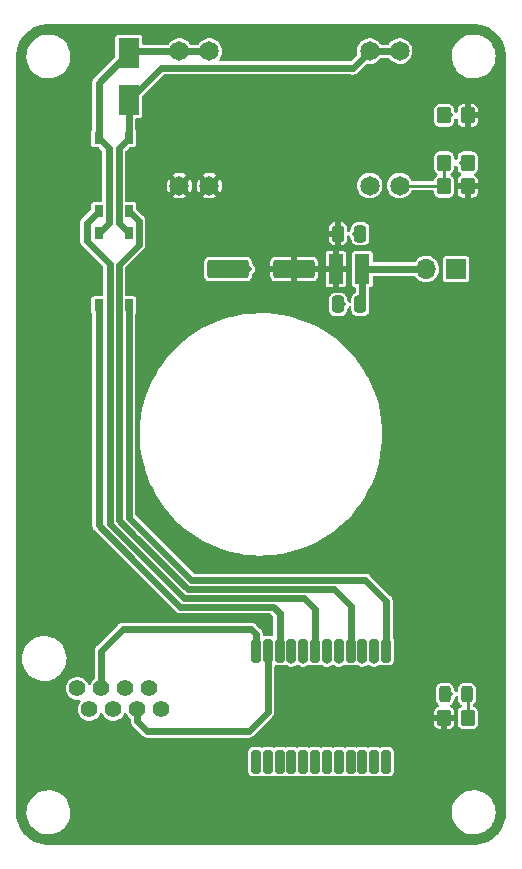
<source format=gbr>
%TF.GenerationSoftware,KiCad,Pcbnew,6.0.11+dfsg-1~bpo11+1*%
%TF.CreationDate,2024-02-01T17:53:29-05:00*%
%TF.ProjectId,POE,504f452e-6b69-4636-9164-5f7063625858,1.0.0*%
%TF.SameCoordinates,Original*%
%TF.FileFunction,Copper,L1,Top*%
%TF.FilePolarity,Positive*%
%FSLAX46Y46*%
G04 Gerber Fmt 4.6, Leading zero omitted, Abs format (unit mm)*
G04 Created by KiCad (PCBNEW 6.0.11+dfsg-1~bpo11+1) date 2024-02-01 17:53:29*
%MOMM*%
%LPD*%
G01*
G04 APERTURE LIST*
G04 Aperture macros list*
%AMRoundRect*
0 Rectangle with rounded corners*
0 $1 Rounding radius*
0 $2 $3 $4 $5 $6 $7 $8 $9 X,Y pos of 4 corners*
0 Add a 4 corners polygon primitive as box body*
4,1,4,$2,$3,$4,$5,$6,$7,$8,$9,$2,$3,0*
0 Add four circle primitives for the rounded corners*
1,1,$1+$1,$2,$3*
1,1,$1+$1,$4,$5*
1,1,$1+$1,$6,$7*
1,1,$1+$1,$8,$9*
0 Add four rect primitives between the rounded corners*
20,1,$1+$1,$2,$3,$4,$5,0*
20,1,$1+$1,$4,$5,$6,$7,0*
20,1,$1+$1,$6,$7,$8,$9,0*
20,1,$1+$1,$8,$9,$2,$3,0*%
G04 Aperture macros list end*
%TA.AperFunction,ComponentPad*%
%ADD10C,1.422400*%
%TD*%
%TA.AperFunction,SMDPad,CuDef*%
%ADD11R,0.800000X1.000000*%
%TD*%
%TA.AperFunction,ComponentPad*%
%ADD12R,1.700000X1.700000*%
%TD*%
%TA.AperFunction,ComponentPad*%
%ADD13O,1.700000X1.700000*%
%TD*%
%TA.AperFunction,SMDPad,CuDef*%
%ADD14RoundRect,0.250000X1.500000X0.550000X-1.500000X0.550000X-1.500000X-0.550000X1.500000X-0.550000X0*%
%TD*%
%TA.AperFunction,SMDPad,CuDef*%
%ADD15RoundRect,0.250000X-0.350000X-0.450000X0.350000X-0.450000X0.350000X0.450000X-0.350000X0.450000X0*%
%TD*%
%TA.AperFunction,SMDPad,CuDef*%
%ADD16R,1.800000X2.500000*%
%TD*%
%TA.AperFunction,ComponentPad*%
%ADD17C,1.650000*%
%TD*%
%TA.AperFunction,SMDPad,CuDef*%
%ADD18RoundRect,0.250000X0.250000X0.475000X-0.250000X0.475000X-0.250000X-0.475000X0.250000X-0.475000X0*%
%TD*%
%TA.AperFunction,SMDPad,CuDef*%
%ADD19RoundRect,0.250000X0.350000X0.450000X-0.350000X0.450000X-0.350000X-0.450000X0.350000X-0.450000X0*%
%TD*%
%TA.AperFunction,SMDPad,CuDef*%
%ADD20RoundRect,0.195000X-0.195000X0.805000X-0.195000X-0.805000X0.195000X-0.805000X0.195000X0.805000X0*%
%TD*%
%TA.AperFunction,SMDPad,CuDef*%
%ADD21RoundRect,0.243750X-0.243750X-0.456250X0.243750X-0.456250X0.243750X0.456250X-0.243750X0.456250X0*%
%TD*%
%TA.AperFunction,SMDPad,CuDef*%
%ADD22R,1.250000X2.500000*%
%TD*%
%TA.AperFunction,SMDPad,CuDef*%
%ADD23RoundRect,0.250000X-0.250000X-0.475000X0.250000X-0.475000X0.250000X0.475000X-0.250000X0.475000X0*%
%TD*%
%TA.AperFunction,ViaPad*%
%ADD24C,0.500000*%
%TD*%
%TA.AperFunction,Conductor*%
%ADD25C,0.250000*%
%TD*%
%TA.AperFunction,Conductor*%
%ADD26C,0.600000*%
%TD*%
G04 APERTURE END LIST*
D10*
%TO.P,J1,1,1*%
%TO.N,Net-(J1-Pad1)*%
X84444000Y-121515000D03*
%TO.P,J1,2,2*%
%TO.N,Net-(J1-Pad2)*%
X85460000Y-123293000D03*
%TO.P,J1,3,3*%
%TO.N,Net-(J1-Pad3)*%
X86476000Y-121515000D03*
%TO.P,J1,4,4*%
%TO.N,Net-(J1-Pad4)*%
X87492000Y-123293000D03*
%TO.P,J1,5,5*%
%TO.N,Net-(J1-Pad5)*%
X88508000Y-121515000D03*
%TO.P,J1,6,6*%
%TO.N,Net-(J1-Pad6)*%
X89524000Y-123293000D03*
%TO.P,J1,7,7*%
%TO.N,Net-(J1-Pad7)*%
X90540000Y-121515000D03*
%TO.P,J1,8,8*%
%TO.N,Net-(J1-Pad8)*%
X91556000Y-123293000D03*
%TD*%
D11*
%TO.P,D2,1*%
%TO.N,VA2*%
X86260000Y-89075000D03*
%TO.P,D2,2*%
%TO.N,VA1*%
X88800000Y-89075000D03*
%TO.P,D2,3,+*%
%TO.N,Vin+*%
X88800000Y-82925000D03*
%TO.P,D2,4,-*%
%TO.N,Vin-*%
X86260000Y-82925000D03*
%TD*%
D12*
%TO.P,J2,1,Pin_1*%
%TO.N,GND*%
X116520054Y-86000000D03*
D13*
%TO.P,J2,2,Pin_2*%
%TO.N,VoutF*%
X113980054Y-86000000D03*
%TD*%
D14*
%TO.P,C1,1*%
%TO.N,Vout*%
X102800000Y-86000000D03*
%TO.P,C1,2*%
%TO.N,GND*%
X97200000Y-86000000D03*
%TD*%
D15*
%TO.P,R4,1*%
%TO.N,Vout*%
X115500000Y-124000000D03*
%TO.P,R4,2*%
%TO.N,Net-(D4-Pad2)*%
X117500000Y-124000000D03*
%TD*%
D16*
%TO.P,D3,1,K*%
%TO.N,Vin+*%
X88800000Y-71700000D03*
%TO.P,D3,2,A*%
%TO.N,Vin-*%
X88800000Y-67700000D03*
%TD*%
D17*
%TO.P,MOD-1,1,+VDC_1*%
%TO.N,Vout*%
X93090387Y-78937467D03*
%TO.P,MOD-1,2,+VDC_2*%
X95630387Y-78937467D03*
%TO.P,MOD-1,3,-VDC*%
%TO.N,GND*%
X109200387Y-78937467D03*
%TO.P,MOD-1,4,ADJ*%
%TO.N,ADJ*%
X111740387Y-78937467D03*
%TO.P,MOD-1,5,VIN+_1*%
%TO.N,Vin+*%
X111740387Y-67557467D03*
%TO.P,MOD-1,6,VIN+_2*%
X109200387Y-67557467D03*
%TO.P,MOD-1,7,VIN-_1*%
%TO.N,Vin-*%
X95630387Y-67557467D03*
%TO.P,MOD-1,8,VIN-_2*%
X93090387Y-67557467D03*
%TD*%
D18*
%TO.P,C3,1*%
%TO.N,VoutF*%
X108415599Y-89000000D03*
%TO.P,C3,2*%
%TO.N,GND*%
X106515599Y-89000000D03*
%TD*%
D11*
%TO.P,D1,1*%
%TO.N,VB2*%
X86260000Y-81075000D03*
%TO.P,D1,2*%
%TO.N,VB1*%
X88800000Y-81075000D03*
%TO.P,D1,3,+*%
%TO.N,Vin+*%
X88800000Y-74925000D03*
%TO.P,D1,4,-*%
%TO.N,Vin-*%
X86260000Y-74925000D03*
%TD*%
D19*
%TO.P,R3,1*%
%TO.N,Vout*%
X117500000Y-73000000D03*
%TO.P,R3,2*%
%TO.N,GND*%
X115500000Y-73000000D03*
%TD*%
D20*
%TO.P,TR3,1,TCT1*%
%TO.N,VA1*%
X110580000Y-118300000D03*
%TO.P,TR3,2,TD1+*%
%TO.N,Net-(J1-Pad2)*%
X109580000Y-118300000D03*
%TO.P,TR3,3,TD1-*%
%TO.N,Net-(J1-Pad1)*%
X108580000Y-118300000D03*
%TO.P,TR3,4,TCT2*%
%TO.N,VB1*%
X107580000Y-118300000D03*
%TO.P,TR3,5,TD2+*%
%TO.N,Net-(J1-Pad5)*%
X106580000Y-118300000D03*
%TO.P,TR3,6,TD2-*%
%TO.N,Net-(J1-Pad4)*%
X105580000Y-118300000D03*
%TO.P,TR3,7,TCT3*%
%TO.N,VB2*%
X104580000Y-118300000D03*
%TO.P,TR3,8,TD3+*%
%TO.N,Net-(J1-Pad8)*%
X103580000Y-118300000D03*
%TO.P,TR3,9,TD3-*%
%TO.N,Net-(J1-Pad7)*%
X102580000Y-118300000D03*
%TO.P,TR3,10,TCT4*%
%TO.N,VA2*%
X101580000Y-118300000D03*
%TO.P,TR3,11,TD4+*%
%TO.N,Net-(J1-Pad6)*%
X100580000Y-118300000D03*
%TO.P,TR3,12,TD4-*%
%TO.N,Net-(J1-Pad3)*%
X99580000Y-118300000D03*
%TO.P,TR3,13,MX4-*%
%TO.N,unconnected-(TR3-Pad13)*%
X99580000Y-127700000D03*
%TO.P,TR3,14,MX4+*%
%TO.N,unconnected-(TR3-Pad14)*%
X100580000Y-127700000D03*
%TO.P,TR3,15,MCT4*%
%TO.N,unconnected-(TR3-Pad15)*%
X101580000Y-127700000D03*
%TO.P,TR3,16,MTX3-*%
%TO.N,unconnected-(TR3-Pad16)*%
X102580000Y-127700000D03*
%TO.P,TR3,17,MTX3+*%
%TO.N,unconnected-(TR3-Pad17)*%
X103580000Y-127700000D03*
%TO.P,TR3,18,MCT3*%
%TO.N,unconnected-(TR3-Pad18)*%
X104580000Y-127700000D03*
%TO.P,TR3,19,MTX2-*%
%TO.N,unconnected-(TR3-Pad19)*%
X105580000Y-127700000D03*
%TO.P,TR3,20,MTX2+*%
%TO.N,unconnected-(TR3-Pad20)*%
X106580000Y-127700000D03*
%TO.P,TR3,21,MCT2*%
%TO.N,unconnected-(TR3-Pad21)*%
X107580000Y-127700000D03*
%TO.P,TR3,22,MTX1-*%
%TO.N,unconnected-(TR3-Pad22)*%
X108580000Y-127700000D03*
%TO.P,TR3,23,MTX1+*%
%TO.N,unconnected-(TR3-Pad23)*%
X109580000Y-127700000D03*
%TO.P,TR3,24,MTC1*%
%TO.N,unconnected-(TR3-Pad24)*%
X110580000Y-127700000D03*
%TD*%
D21*
%TO.P,D4,1,K*%
%TO.N,GND*%
X115562500Y-122000000D03*
%TO.P,D4,2,A*%
%TO.N,Net-(D4-Pad2)*%
X117437500Y-122000000D03*
%TD*%
D19*
%TO.P,R1,1*%
%TO.N,Vout*%
X117500000Y-79000000D03*
%TO.P,R1,2*%
%TO.N,ADJ*%
X115500000Y-79000000D03*
%TD*%
D15*
%TO.P,R2,1*%
%TO.N,ADJ*%
X115500000Y-77000000D03*
%TO.P,R2,2*%
%TO.N,GND*%
X117500000Y-77000000D03*
%TD*%
D22*
%TO.P,L1,1,1*%
%TO.N,Vout*%
X106340599Y-86000000D03*
%TO.P,L1,2,2*%
%TO.N,VoutF*%
X108590599Y-86000000D03*
%TD*%
D23*
%TO.P,C2,1*%
%TO.N,Vout*%
X106515599Y-83000000D03*
%TO.P,C2,2*%
%TO.N,GND*%
X108415599Y-83000000D03*
%TD*%
D24*
%TO.N,GND*%
X116000000Y-73000000D03*
X117000000Y-77000000D03*
X107965599Y-83000000D03*
X106965599Y-89000000D03*
X116000000Y-122000000D03*
X99000000Y-86000000D03*
%TO.N,Net-(J1-Pad1)*%
X108580000Y-119180000D03*
%TO.N,Net-(J1-Pad2)*%
X109580000Y-119180000D03*
%TO.N,Net-(J1-Pad4)*%
X105580000Y-119180000D03*
%TO.N,Net-(J1-Pad5)*%
X106580000Y-119180000D03*
%TO.N,Net-(J1-Pad7)*%
X102580000Y-119180000D03*
%TO.N,Net-(J1-Pad8)*%
X103580000Y-119180000D03*
%TD*%
D25*
%TO.N,ADJ*%
X111740387Y-78937467D02*
X115488553Y-78937467D01*
X115500000Y-79000000D02*
X115500000Y-77000000D01*
D26*
%TO.N,VB2*%
X93474620Y-113844701D02*
X103634811Y-113844701D01*
X86260000Y-81075000D02*
X85260000Y-82075000D01*
X85260000Y-82075000D02*
X85260000Y-83650000D01*
X87200000Y-85590000D02*
X87200000Y-107570079D01*
X85260000Y-83650000D02*
X87200000Y-85590000D01*
X87200000Y-107570079D02*
X93474620Y-113844701D01*
X103634811Y-113844701D02*
X104580000Y-114789890D01*
X104580000Y-114789890D02*
X104580000Y-118300000D01*
%TO.N,VB1*%
X93785280Y-113094701D02*
X106153535Y-113094701D01*
X88420000Y-107729421D02*
X88612370Y-107921791D01*
X89650000Y-81925000D02*
X88800000Y-81075000D01*
X89201078Y-108510498D02*
X93785280Y-113094701D01*
X89201078Y-108510498D02*
X88612370Y-107921791D01*
X89650000Y-83944067D02*
X89650000Y-81925000D01*
X106153535Y-113094701D02*
X107580000Y-114521166D01*
X87950000Y-85644067D02*
X89650000Y-83944067D01*
X87950000Y-85644067D02*
X87950000Y-107259420D01*
X107580000Y-114521166D02*
X107580000Y-118300000D01*
X87950000Y-107259420D02*
X89201078Y-108510498D01*
%TO.N,Vin+*%
X107763126Y-68976061D02*
X107772459Y-68985394D01*
X88798439Y-71696122D02*
X91518500Y-68976061D01*
X88800000Y-74925000D02*
X88800000Y-71700000D01*
X88800000Y-82925000D02*
X87950000Y-82075000D01*
X107772459Y-68985394D02*
X109200387Y-67557467D01*
X87950000Y-82075000D02*
X87950000Y-75775000D01*
X91518500Y-68976061D02*
X107763126Y-68976061D01*
X111240387Y-67557468D02*
X108700387Y-67557468D01*
X87950000Y-75775000D02*
X88800000Y-74925000D01*
%TO.N,Vin-*%
X88937094Y-67557467D02*
X88798439Y-67696122D01*
X86260000Y-74925000D02*
X86260000Y-70234560D01*
X87110000Y-75775000D02*
X86260000Y-74925000D01*
X93090387Y-67557467D02*
X88937094Y-67557467D01*
X92590386Y-67557468D02*
X95130387Y-67557468D01*
X87110000Y-82075000D02*
X87110000Y-75775000D01*
X86260000Y-82925000D02*
X87110000Y-82075000D01*
X88407280Y-68087280D02*
X88798439Y-67696122D01*
X86260000Y-70234560D02*
X88407280Y-68087280D01*
%TO.N,VA2*%
X101014468Y-114594701D02*
X101580000Y-115160233D01*
X88412129Y-109842870D02*
X93163960Y-114594701D01*
X101580000Y-115160233D02*
X101580000Y-118300000D01*
X86260000Y-89075000D02*
X86260000Y-107690740D01*
X93163960Y-114594701D02*
X101014468Y-114594701D01*
X86260000Y-107690740D02*
X89284630Y-110715370D01*
%TO.N,VA1*%
X88800000Y-89075000D02*
X88800000Y-107048760D01*
X110580000Y-114083078D02*
X110580000Y-118300000D01*
X108841623Y-112344701D02*
X110580000Y-114083078D01*
X88800000Y-107048760D02*
X94095940Y-112344701D01*
X94095940Y-112344701D02*
X108841623Y-112344701D01*
%TO.N,VoutF*%
X108590599Y-86000000D02*
X108590599Y-88825000D01*
X108590599Y-86000000D02*
X113980054Y-86000000D01*
X108590599Y-88825000D02*
X108415599Y-89000000D01*
D25*
%TO.N,Net-(D4-Pad2)*%
X117500000Y-124000000D02*
X117500000Y-122062500D01*
X117500000Y-122062500D02*
X117437500Y-122000000D01*
D26*
%TO.N,Net-(J1-Pad3)*%
X88288222Y-116504489D02*
X99181312Y-116504489D01*
X86476000Y-121515000D02*
X86476000Y-118316711D01*
X86476000Y-118316711D02*
X88288222Y-116504489D01*
X99181312Y-116504489D02*
X99580000Y-116903177D01*
X99580000Y-116903177D02*
X99580000Y-118300000D01*
%TO.N,Net-(J1-Pad6)*%
X98946420Y-125119638D02*
X100580000Y-123486058D01*
X89524000Y-124269660D02*
X89524000Y-123293000D01*
X100580000Y-123486058D02*
X100580000Y-118300000D01*
X98946420Y-125119638D02*
X90373978Y-125119638D01*
X90373978Y-125119638D02*
X89524000Y-124269660D01*
%TD*%
%TA.AperFunction,Conductor*%
%TO.N,Vout*%
G36*
X117987103Y-65256921D02*
G01*
X118000000Y-65259486D01*
X118012172Y-65257065D01*
X118024579Y-65257065D01*
X118024579Y-65257262D01*
X118035506Y-65256494D01*
X118300337Y-65271366D01*
X118314369Y-65272947D01*
X118459164Y-65297549D01*
X118603955Y-65322150D01*
X118617730Y-65325294D01*
X118705913Y-65350699D01*
X118899992Y-65406612D01*
X118913311Y-65411273D01*
X119184695Y-65523684D01*
X119197418Y-65529811D01*
X119454506Y-65671899D01*
X119466454Y-65679406D01*
X119663653Y-65819326D01*
X119706027Y-65849392D01*
X119717062Y-65858192D01*
X119936086Y-66053923D01*
X119946076Y-66063913D01*
X120141808Y-66282938D01*
X120150606Y-66293971D01*
X120320594Y-66533546D01*
X120328101Y-66545494D01*
X120468650Y-66799797D01*
X120470187Y-66802578D01*
X120476316Y-66815305D01*
X120588727Y-67086689D01*
X120593388Y-67100008D01*
X120637039Y-67251523D01*
X120674706Y-67382270D01*
X120677850Y-67396045D01*
X120696367Y-67505025D01*
X120722587Y-67659345D01*
X120727052Y-67685626D01*
X120728634Y-67699663D01*
X120743388Y-67962383D01*
X120743506Y-67964491D01*
X120742738Y-67975421D01*
X120742935Y-67975421D01*
X120742935Y-67987828D01*
X120740514Y-68000000D01*
X120742935Y-68012170D01*
X120743079Y-68012894D01*
X120745500Y-68037476D01*
X120745500Y-131962524D01*
X120743079Y-131987103D01*
X120740514Y-132000000D01*
X120742935Y-132012172D01*
X120742935Y-132024579D01*
X120742738Y-132024579D01*
X120743506Y-132035506D01*
X120743131Y-132042186D01*
X120728634Y-132300333D01*
X120727053Y-132314369D01*
X120702451Y-132459165D01*
X120677850Y-132603955D01*
X120674706Y-132617730D01*
X120593388Y-132899992D01*
X120588727Y-132913311D01*
X120530779Y-133053210D01*
X120476318Y-133184691D01*
X120470189Y-133197418D01*
X120328101Y-133454506D01*
X120320594Y-133466454D01*
X120150608Y-133706027D01*
X120141808Y-133717062D01*
X119964409Y-133915572D01*
X119946077Y-133936086D01*
X119936087Y-133946076D01*
X119717062Y-134141808D01*
X119706029Y-134150606D01*
X119466454Y-134320594D01*
X119454506Y-134328101D01*
X119197418Y-134470189D01*
X119184695Y-134476316D01*
X118913311Y-134588727D01*
X118899992Y-134593388D01*
X118750142Y-134636559D01*
X118617730Y-134674706D01*
X118603955Y-134677850D01*
X118459165Y-134702451D01*
X118314369Y-134727053D01*
X118300337Y-134728634D01*
X118035506Y-134743506D01*
X118024579Y-134742738D01*
X118024579Y-134742935D01*
X118012172Y-134742935D01*
X118000000Y-134740514D01*
X117987103Y-134743079D01*
X117962524Y-134745500D01*
X82037476Y-134745500D01*
X82012897Y-134743079D01*
X82000000Y-134740514D01*
X81987828Y-134742935D01*
X81975421Y-134742935D01*
X81975421Y-134742738D01*
X81964494Y-134743506D01*
X81699663Y-134728634D01*
X81685631Y-134727053D01*
X81540835Y-134702451D01*
X81396045Y-134677850D01*
X81382270Y-134674706D01*
X81249858Y-134636559D01*
X81100008Y-134593388D01*
X81086689Y-134588727D01*
X80815305Y-134476316D01*
X80802582Y-134470189D01*
X80545494Y-134328101D01*
X80533546Y-134320594D01*
X80293971Y-134150606D01*
X80282938Y-134141808D01*
X80063913Y-133946076D01*
X80053923Y-133936086D01*
X80035591Y-133915572D01*
X79858192Y-133717062D01*
X79849392Y-133706027D01*
X79679406Y-133466454D01*
X79671899Y-133454506D01*
X79529811Y-133197418D01*
X79523682Y-133184691D01*
X79469221Y-133053210D01*
X79411273Y-132913311D01*
X79406612Y-132899992D01*
X79325294Y-132617730D01*
X79322150Y-132603955D01*
X79297549Y-132459165D01*
X79272947Y-132314369D01*
X79271366Y-132300333D01*
X79256869Y-132042186D01*
X80141018Y-132042186D01*
X80166579Y-132310100D01*
X80167664Y-132314534D01*
X80167665Y-132314540D01*
X80209665Y-132486180D01*
X80230547Y-132571518D01*
X80331583Y-132820963D01*
X80467569Y-133053210D01*
X80635658Y-133263395D01*
X80832327Y-133447113D01*
X81053457Y-133600516D01*
X81294416Y-133720391D01*
X81298750Y-133721812D01*
X81298753Y-133721813D01*
X81545823Y-133802807D01*
X81545829Y-133802808D01*
X81550156Y-133804227D01*
X81554647Y-133805007D01*
X81554648Y-133805007D01*
X81811538Y-133849611D01*
X81811546Y-133849612D01*
X81815319Y-133850267D01*
X81819156Y-133850458D01*
X81898777Y-133854422D01*
X81898785Y-133854422D01*
X81900348Y-133854500D01*
X82068374Y-133854500D01*
X82070642Y-133854335D01*
X82070654Y-133854335D01*
X82201457Y-133844844D01*
X82268425Y-133839985D01*
X82272880Y-133839001D01*
X82272883Y-133839001D01*
X82526770Y-133782947D01*
X82526772Y-133782946D01*
X82531226Y-133781963D01*
X82782900Y-133686613D01*
X82885754Y-133629483D01*
X83014179Y-133558149D01*
X83014180Y-133558148D01*
X83018172Y-133555931D01*
X83068943Y-133517184D01*
X83228491Y-133395421D01*
X83228495Y-133395417D01*
X83232116Y-133392654D01*
X83420249Y-133200203D01*
X83527242Y-133053210D01*
X83575942Y-132986304D01*
X83575947Y-132986297D01*
X83578630Y-132982610D01*
X83703941Y-132744433D01*
X83793557Y-132490662D01*
X83823123Y-132340655D01*
X83844720Y-132231083D01*
X83844721Y-132231077D01*
X83845601Y-132226611D01*
X83854782Y-132042186D01*
X116141018Y-132042186D01*
X116166579Y-132310100D01*
X116167664Y-132314534D01*
X116167665Y-132314540D01*
X116209665Y-132486180D01*
X116230547Y-132571518D01*
X116331583Y-132820963D01*
X116467569Y-133053210D01*
X116635658Y-133263395D01*
X116832327Y-133447113D01*
X117053457Y-133600516D01*
X117294416Y-133720391D01*
X117298750Y-133721812D01*
X117298753Y-133721813D01*
X117545823Y-133802807D01*
X117545829Y-133802808D01*
X117550156Y-133804227D01*
X117554647Y-133805007D01*
X117554648Y-133805007D01*
X117811538Y-133849611D01*
X117811546Y-133849612D01*
X117815319Y-133850267D01*
X117819156Y-133850458D01*
X117898777Y-133854422D01*
X117898785Y-133854422D01*
X117900348Y-133854500D01*
X118068374Y-133854500D01*
X118070642Y-133854335D01*
X118070654Y-133854335D01*
X118201457Y-133844844D01*
X118268425Y-133839985D01*
X118272880Y-133839001D01*
X118272883Y-133839001D01*
X118526770Y-133782947D01*
X118526772Y-133782946D01*
X118531226Y-133781963D01*
X118782900Y-133686613D01*
X118885754Y-133629483D01*
X119014179Y-133558149D01*
X119014180Y-133558148D01*
X119018172Y-133555931D01*
X119068943Y-133517184D01*
X119228491Y-133395421D01*
X119228495Y-133395417D01*
X119232116Y-133392654D01*
X119420249Y-133200203D01*
X119527242Y-133053210D01*
X119575942Y-132986304D01*
X119575947Y-132986297D01*
X119578630Y-132982610D01*
X119703941Y-132744433D01*
X119793557Y-132490662D01*
X119823123Y-132340655D01*
X119844720Y-132231083D01*
X119844721Y-132231077D01*
X119845601Y-132226611D01*
X119854782Y-132042186D01*
X119858755Y-131962383D01*
X119858755Y-131962377D01*
X119858982Y-131957814D01*
X119833421Y-131689900D01*
X119769453Y-131428482D01*
X119668417Y-131179037D01*
X119532431Y-130946790D01*
X119364342Y-130736605D01*
X119167673Y-130552887D01*
X118946543Y-130399484D01*
X118705584Y-130279609D01*
X118701250Y-130278188D01*
X118701247Y-130278187D01*
X118454177Y-130197193D01*
X118454171Y-130197192D01*
X118449844Y-130195773D01*
X118445352Y-130194993D01*
X118188462Y-130150389D01*
X118188454Y-130150388D01*
X118184681Y-130149733D01*
X118174718Y-130149237D01*
X118101223Y-130145578D01*
X118101215Y-130145578D01*
X118099652Y-130145500D01*
X117931626Y-130145500D01*
X117929358Y-130145665D01*
X117929346Y-130145665D01*
X117798543Y-130155156D01*
X117731575Y-130160015D01*
X117727120Y-130160999D01*
X117727117Y-130160999D01*
X117473230Y-130217053D01*
X117473228Y-130217054D01*
X117468774Y-130218037D01*
X117217100Y-130313387D01*
X116981828Y-130444069D01*
X116978196Y-130446841D01*
X116771509Y-130604579D01*
X116771505Y-130604583D01*
X116767884Y-130607346D01*
X116579751Y-130799797D01*
X116577066Y-130803486D01*
X116424058Y-131013696D01*
X116424053Y-131013703D01*
X116421370Y-131017390D01*
X116296059Y-131255567D01*
X116206443Y-131509338D01*
X116205560Y-131513820D01*
X116170855Y-131689900D01*
X116154399Y-131773389D01*
X116154172Y-131777942D01*
X116154172Y-131777945D01*
X116143724Y-131987830D01*
X116141018Y-132042186D01*
X83854782Y-132042186D01*
X83858755Y-131962383D01*
X83858755Y-131962377D01*
X83858982Y-131957814D01*
X83833421Y-131689900D01*
X83769453Y-131428482D01*
X83668417Y-131179037D01*
X83532431Y-130946790D01*
X83364342Y-130736605D01*
X83167673Y-130552887D01*
X82946543Y-130399484D01*
X82705584Y-130279609D01*
X82701250Y-130278188D01*
X82701247Y-130278187D01*
X82454177Y-130197193D01*
X82454171Y-130197192D01*
X82449844Y-130195773D01*
X82445352Y-130194993D01*
X82188462Y-130150389D01*
X82188454Y-130150388D01*
X82184681Y-130149733D01*
X82174718Y-130149237D01*
X82101223Y-130145578D01*
X82101215Y-130145578D01*
X82099652Y-130145500D01*
X81931626Y-130145500D01*
X81929358Y-130145665D01*
X81929346Y-130145665D01*
X81798543Y-130155156D01*
X81731575Y-130160015D01*
X81727120Y-130160999D01*
X81727117Y-130160999D01*
X81473230Y-130217053D01*
X81473228Y-130217054D01*
X81468774Y-130218037D01*
X81217100Y-130313387D01*
X80981828Y-130444069D01*
X80978196Y-130446841D01*
X80771509Y-130604579D01*
X80771505Y-130604583D01*
X80767884Y-130607346D01*
X80579751Y-130799797D01*
X80577066Y-130803486D01*
X80424058Y-131013696D01*
X80424053Y-131013703D01*
X80421370Y-131017390D01*
X80296059Y-131255567D01*
X80206443Y-131509338D01*
X80205560Y-131513820D01*
X80170855Y-131689900D01*
X80154399Y-131773389D01*
X80154172Y-131777942D01*
X80154172Y-131777945D01*
X80143724Y-131987830D01*
X80141018Y-132042186D01*
X79256869Y-132042186D01*
X79256494Y-132035506D01*
X79257262Y-132024579D01*
X79257065Y-132024579D01*
X79257065Y-132012172D01*
X79259486Y-132000000D01*
X79256921Y-131987103D01*
X79254500Y-131962524D01*
X79254500Y-128558708D01*
X98935500Y-128558708D01*
X98938475Y-128590179D01*
X98983260Y-128717710D01*
X98988852Y-128725280D01*
X98988853Y-128725283D01*
X99046971Y-128803966D01*
X99063566Y-128826434D01*
X99071137Y-128832026D01*
X99164717Y-128901147D01*
X99164720Y-128901148D01*
X99172290Y-128906740D01*
X99299821Y-128951525D01*
X99307467Y-128952248D01*
X99307468Y-128952248D01*
X99313070Y-128952777D01*
X99331292Y-128954500D01*
X99828708Y-128954500D01*
X99846930Y-128952777D01*
X99852532Y-128952248D01*
X99852533Y-128952248D01*
X99860179Y-128951525D01*
X99987710Y-128906740D01*
X99995280Y-128901149D01*
X99995287Y-128901145D01*
X100005141Y-128893866D01*
X100071819Y-128869483D01*
X100141095Y-128885020D01*
X100154859Y-128893866D01*
X100164713Y-128901145D01*
X100164720Y-128901149D01*
X100172290Y-128906740D01*
X100299821Y-128951525D01*
X100307467Y-128952248D01*
X100307468Y-128952248D01*
X100313070Y-128952777D01*
X100331292Y-128954500D01*
X100828708Y-128954500D01*
X100846930Y-128952777D01*
X100852532Y-128952248D01*
X100852533Y-128952248D01*
X100860179Y-128951525D01*
X100987710Y-128906740D01*
X100995280Y-128901149D01*
X100995287Y-128901145D01*
X101005141Y-128893866D01*
X101071819Y-128869483D01*
X101141095Y-128885020D01*
X101154859Y-128893866D01*
X101164713Y-128901145D01*
X101164720Y-128901149D01*
X101172290Y-128906740D01*
X101299821Y-128951525D01*
X101307467Y-128952248D01*
X101307468Y-128952248D01*
X101313070Y-128952777D01*
X101331292Y-128954500D01*
X101828708Y-128954500D01*
X101846930Y-128952777D01*
X101852532Y-128952248D01*
X101852533Y-128952248D01*
X101860179Y-128951525D01*
X101987710Y-128906740D01*
X101995280Y-128901149D01*
X101995287Y-128901145D01*
X102005141Y-128893866D01*
X102071819Y-128869483D01*
X102141095Y-128885020D01*
X102154859Y-128893866D01*
X102164713Y-128901145D01*
X102164720Y-128901149D01*
X102172290Y-128906740D01*
X102299821Y-128951525D01*
X102307467Y-128952248D01*
X102307468Y-128952248D01*
X102313070Y-128952777D01*
X102331292Y-128954500D01*
X102828708Y-128954500D01*
X102846930Y-128952777D01*
X102852532Y-128952248D01*
X102852533Y-128952248D01*
X102860179Y-128951525D01*
X102987710Y-128906740D01*
X102995280Y-128901149D01*
X102995287Y-128901145D01*
X103005141Y-128893866D01*
X103071819Y-128869483D01*
X103141095Y-128885020D01*
X103154859Y-128893866D01*
X103164713Y-128901145D01*
X103164720Y-128901149D01*
X103172290Y-128906740D01*
X103299821Y-128951525D01*
X103307467Y-128952248D01*
X103307468Y-128952248D01*
X103313070Y-128952777D01*
X103331292Y-128954500D01*
X103828708Y-128954500D01*
X103846930Y-128952777D01*
X103852532Y-128952248D01*
X103852533Y-128952248D01*
X103860179Y-128951525D01*
X103987710Y-128906740D01*
X103995280Y-128901149D01*
X103995287Y-128901145D01*
X104005141Y-128893866D01*
X104071819Y-128869483D01*
X104141095Y-128885020D01*
X104154859Y-128893866D01*
X104164713Y-128901145D01*
X104164720Y-128901149D01*
X104172290Y-128906740D01*
X104299821Y-128951525D01*
X104307467Y-128952248D01*
X104307468Y-128952248D01*
X104313070Y-128952777D01*
X104331292Y-128954500D01*
X104828708Y-128954500D01*
X104846930Y-128952777D01*
X104852532Y-128952248D01*
X104852533Y-128952248D01*
X104860179Y-128951525D01*
X104987710Y-128906740D01*
X104995280Y-128901149D01*
X104995287Y-128901145D01*
X105005141Y-128893866D01*
X105071819Y-128869483D01*
X105141095Y-128885020D01*
X105154859Y-128893866D01*
X105164713Y-128901145D01*
X105164720Y-128901149D01*
X105172290Y-128906740D01*
X105299821Y-128951525D01*
X105307467Y-128952248D01*
X105307468Y-128952248D01*
X105313070Y-128952777D01*
X105331292Y-128954500D01*
X105828708Y-128954500D01*
X105846930Y-128952777D01*
X105852532Y-128952248D01*
X105852533Y-128952248D01*
X105860179Y-128951525D01*
X105987710Y-128906740D01*
X105995280Y-128901149D01*
X105995287Y-128901145D01*
X106005141Y-128893866D01*
X106071819Y-128869483D01*
X106141095Y-128885020D01*
X106154859Y-128893866D01*
X106164713Y-128901145D01*
X106164720Y-128901149D01*
X106172290Y-128906740D01*
X106299821Y-128951525D01*
X106307467Y-128952248D01*
X106307468Y-128952248D01*
X106313070Y-128952777D01*
X106331292Y-128954500D01*
X106828708Y-128954500D01*
X106846930Y-128952777D01*
X106852532Y-128952248D01*
X106852533Y-128952248D01*
X106860179Y-128951525D01*
X106987710Y-128906740D01*
X106995280Y-128901149D01*
X106995287Y-128901145D01*
X107005141Y-128893866D01*
X107071819Y-128869483D01*
X107141095Y-128885020D01*
X107154859Y-128893866D01*
X107164713Y-128901145D01*
X107164720Y-128901149D01*
X107172290Y-128906740D01*
X107299821Y-128951525D01*
X107307467Y-128952248D01*
X107307468Y-128952248D01*
X107313070Y-128952777D01*
X107331292Y-128954500D01*
X107828708Y-128954500D01*
X107846930Y-128952777D01*
X107852532Y-128952248D01*
X107852533Y-128952248D01*
X107860179Y-128951525D01*
X107987710Y-128906740D01*
X107995280Y-128901149D01*
X107995287Y-128901145D01*
X108005141Y-128893866D01*
X108071819Y-128869483D01*
X108141095Y-128885020D01*
X108154859Y-128893866D01*
X108164713Y-128901145D01*
X108164720Y-128901149D01*
X108172290Y-128906740D01*
X108299821Y-128951525D01*
X108307467Y-128952248D01*
X108307468Y-128952248D01*
X108313070Y-128952777D01*
X108331292Y-128954500D01*
X108828708Y-128954500D01*
X108846930Y-128952777D01*
X108852532Y-128952248D01*
X108852533Y-128952248D01*
X108860179Y-128951525D01*
X108987710Y-128906740D01*
X108995280Y-128901149D01*
X108995287Y-128901145D01*
X109005141Y-128893866D01*
X109071819Y-128869483D01*
X109141095Y-128885020D01*
X109154859Y-128893866D01*
X109164713Y-128901145D01*
X109164720Y-128901149D01*
X109172290Y-128906740D01*
X109299821Y-128951525D01*
X109307467Y-128952248D01*
X109307468Y-128952248D01*
X109313070Y-128952777D01*
X109331292Y-128954500D01*
X109828708Y-128954500D01*
X109846930Y-128952777D01*
X109852532Y-128952248D01*
X109852533Y-128952248D01*
X109860179Y-128951525D01*
X109987710Y-128906740D01*
X109995280Y-128901149D01*
X109995287Y-128901145D01*
X110005141Y-128893866D01*
X110071819Y-128869483D01*
X110141095Y-128885020D01*
X110154859Y-128893866D01*
X110164713Y-128901145D01*
X110164720Y-128901149D01*
X110172290Y-128906740D01*
X110299821Y-128951525D01*
X110307467Y-128952248D01*
X110307468Y-128952248D01*
X110313070Y-128952777D01*
X110331292Y-128954500D01*
X110828708Y-128954500D01*
X110846930Y-128952777D01*
X110852532Y-128952248D01*
X110852533Y-128952248D01*
X110860179Y-128951525D01*
X110987710Y-128906740D01*
X110995280Y-128901148D01*
X110995283Y-128901147D01*
X111088863Y-128832026D01*
X111096434Y-128826434D01*
X111113029Y-128803966D01*
X111171147Y-128725283D01*
X111171148Y-128725280D01*
X111176740Y-128717710D01*
X111221525Y-128590179D01*
X111224500Y-128558708D01*
X111224500Y-126841292D01*
X111221525Y-126809821D01*
X111176740Y-126682290D01*
X111171148Y-126674720D01*
X111171147Y-126674717D01*
X111102026Y-126581137D01*
X111096434Y-126573566D01*
X111073966Y-126556971D01*
X110995283Y-126498853D01*
X110995280Y-126498852D01*
X110987710Y-126493260D01*
X110860179Y-126448475D01*
X110852533Y-126447752D01*
X110852532Y-126447752D01*
X110846930Y-126447223D01*
X110828708Y-126445500D01*
X110331292Y-126445500D01*
X110313070Y-126447223D01*
X110307468Y-126447752D01*
X110307467Y-126447752D01*
X110299821Y-126448475D01*
X110172290Y-126493260D01*
X110164720Y-126498851D01*
X110164713Y-126498855D01*
X110154859Y-126506134D01*
X110088181Y-126530517D01*
X110018905Y-126514980D01*
X110005141Y-126506134D01*
X109995287Y-126498855D01*
X109995280Y-126498851D01*
X109987710Y-126493260D01*
X109860179Y-126448475D01*
X109852533Y-126447752D01*
X109852532Y-126447752D01*
X109846930Y-126447223D01*
X109828708Y-126445500D01*
X109331292Y-126445500D01*
X109313070Y-126447223D01*
X109307468Y-126447752D01*
X109307467Y-126447752D01*
X109299821Y-126448475D01*
X109172290Y-126493260D01*
X109164720Y-126498851D01*
X109164713Y-126498855D01*
X109154859Y-126506134D01*
X109088181Y-126530517D01*
X109018905Y-126514980D01*
X109005141Y-126506134D01*
X108995287Y-126498855D01*
X108995280Y-126498851D01*
X108987710Y-126493260D01*
X108860179Y-126448475D01*
X108852533Y-126447752D01*
X108852532Y-126447752D01*
X108846930Y-126447223D01*
X108828708Y-126445500D01*
X108331292Y-126445500D01*
X108313070Y-126447223D01*
X108307468Y-126447752D01*
X108307467Y-126447752D01*
X108299821Y-126448475D01*
X108172290Y-126493260D01*
X108164720Y-126498851D01*
X108164713Y-126498855D01*
X108154859Y-126506134D01*
X108088181Y-126530517D01*
X108018905Y-126514980D01*
X108005141Y-126506134D01*
X107995287Y-126498855D01*
X107995280Y-126498851D01*
X107987710Y-126493260D01*
X107860179Y-126448475D01*
X107852533Y-126447752D01*
X107852532Y-126447752D01*
X107846930Y-126447223D01*
X107828708Y-126445500D01*
X107331292Y-126445500D01*
X107313070Y-126447223D01*
X107307468Y-126447752D01*
X107307467Y-126447752D01*
X107299821Y-126448475D01*
X107172290Y-126493260D01*
X107164720Y-126498851D01*
X107164713Y-126498855D01*
X107154859Y-126506134D01*
X107088181Y-126530517D01*
X107018905Y-126514980D01*
X107005141Y-126506134D01*
X106995287Y-126498855D01*
X106995280Y-126498851D01*
X106987710Y-126493260D01*
X106860179Y-126448475D01*
X106852533Y-126447752D01*
X106852532Y-126447752D01*
X106846930Y-126447223D01*
X106828708Y-126445500D01*
X106331292Y-126445500D01*
X106313070Y-126447223D01*
X106307468Y-126447752D01*
X106307467Y-126447752D01*
X106299821Y-126448475D01*
X106172290Y-126493260D01*
X106164720Y-126498851D01*
X106164713Y-126498855D01*
X106154859Y-126506134D01*
X106088181Y-126530517D01*
X106018905Y-126514980D01*
X106005141Y-126506134D01*
X105995287Y-126498855D01*
X105995280Y-126498851D01*
X105987710Y-126493260D01*
X105860179Y-126448475D01*
X105852533Y-126447752D01*
X105852532Y-126447752D01*
X105846930Y-126447223D01*
X105828708Y-126445500D01*
X105331292Y-126445500D01*
X105313070Y-126447223D01*
X105307468Y-126447752D01*
X105307467Y-126447752D01*
X105299821Y-126448475D01*
X105172290Y-126493260D01*
X105164720Y-126498851D01*
X105164713Y-126498855D01*
X105154859Y-126506134D01*
X105088181Y-126530517D01*
X105018905Y-126514980D01*
X105005141Y-126506134D01*
X104995287Y-126498855D01*
X104995280Y-126498851D01*
X104987710Y-126493260D01*
X104860179Y-126448475D01*
X104852533Y-126447752D01*
X104852532Y-126447752D01*
X104846930Y-126447223D01*
X104828708Y-126445500D01*
X104331292Y-126445500D01*
X104313070Y-126447223D01*
X104307468Y-126447752D01*
X104307467Y-126447752D01*
X104299821Y-126448475D01*
X104172290Y-126493260D01*
X104164720Y-126498851D01*
X104164713Y-126498855D01*
X104154859Y-126506134D01*
X104088181Y-126530517D01*
X104018905Y-126514980D01*
X104005141Y-126506134D01*
X103995287Y-126498855D01*
X103995280Y-126498851D01*
X103987710Y-126493260D01*
X103860179Y-126448475D01*
X103852533Y-126447752D01*
X103852532Y-126447752D01*
X103846930Y-126447223D01*
X103828708Y-126445500D01*
X103331292Y-126445500D01*
X103313070Y-126447223D01*
X103307468Y-126447752D01*
X103307467Y-126447752D01*
X103299821Y-126448475D01*
X103172290Y-126493260D01*
X103164720Y-126498851D01*
X103164713Y-126498855D01*
X103154859Y-126506134D01*
X103088181Y-126530517D01*
X103018905Y-126514980D01*
X103005141Y-126506134D01*
X102995287Y-126498855D01*
X102995280Y-126498851D01*
X102987710Y-126493260D01*
X102860179Y-126448475D01*
X102852533Y-126447752D01*
X102852532Y-126447752D01*
X102846930Y-126447223D01*
X102828708Y-126445500D01*
X102331292Y-126445500D01*
X102313070Y-126447223D01*
X102307468Y-126447752D01*
X102307467Y-126447752D01*
X102299821Y-126448475D01*
X102172290Y-126493260D01*
X102164720Y-126498851D01*
X102164713Y-126498855D01*
X102154859Y-126506134D01*
X102088181Y-126530517D01*
X102018905Y-126514980D01*
X102005141Y-126506134D01*
X101995287Y-126498855D01*
X101995280Y-126498851D01*
X101987710Y-126493260D01*
X101860179Y-126448475D01*
X101852533Y-126447752D01*
X101852532Y-126447752D01*
X101846930Y-126447223D01*
X101828708Y-126445500D01*
X101331292Y-126445500D01*
X101313070Y-126447223D01*
X101307468Y-126447752D01*
X101307467Y-126447752D01*
X101299821Y-126448475D01*
X101172290Y-126493260D01*
X101164720Y-126498851D01*
X101164713Y-126498855D01*
X101154859Y-126506134D01*
X101088181Y-126530517D01*
X101018905Y-126514980D01*
X101005141Y-126506134D01*
X100995287Y-126498855D01*
X100995280Y-126498851D01*
X100987710Y-126493260D01*
X100860179Y-126448475D01*
X100852533Y-126447752D01*
X100852532Y-126447752D01*
X100846930Y-126447223D01*
X100828708Y-126445500D01*
X100331292Y-126445500D01*
X100313070Y-126447223D01*
X100307468Y-126447752D01*
X100307467Y-126447752D01*
X100299821Y-126448475D01*
X100172290Y-126493260D01*
X100164720Y-126498851D01*
X100164713Y-126498855D01*
X100154859Y-126506134D01*
X100088181Y-126530517D01*
X100018905Y-126514980D01*
X100005141Y-126506134D01*
X99995287Y-126498855D01*
X99995280Y-126498851D01*
X99987710Y-126493260D01*
X99860179Y-126448475D01*
X99852533Y-126447752D01*
X99852532Y-126447752D01*
X99846930Y-126447223D01*
X99828708Y-126445500D01*
X99331292Y-126445500D01*
X99313070Y-126447223D01*
X99307468Y-126447752D01*
X99307467Y-126447752D01*
X99299821Y-126448475D01*
X99172290Y-126493260D01*
X99164720Y-126498852D01*
X99164717Y-126498853D01*
X99086034Y-126556971D01*
X99063566Y-126573566D01*
X99057974Y-126581137D01*
X98988853Y-126674717D01*
X98988852Y-126674720D01*
X98983260Y-126682290D01*
X98938475Y-126809821D01*
X98935500Y-126841292D01*
X98935500Y-128558708D01*
X79254500Y-128558708D01*
X79254500Y-121501451D01*
X83473722Y-121501451D01*
X83489569Y-121690171D01*
X83541770Y-121872218D01*
X83544588Y-121877700D01*
X83544589Y-121877704D01*
X83625516Y-122035171D01*
X83625519Y-122035175D01*
X83628337Y-122040659D01*
X83650797Y-122068996D01*
X83742143Y-122184248D01*
X83742147Y-122184253D01*
X83745972Y-122189078D01*
X83750665Y-122193072D01*
X83750666Y-122193073D01*
X83849202Y-122276933D01*
X83890195Y-122311821D01*
X84055512Y-122404214D01*
X84235627Y-122462736D01*
X84423678Y-122485160D01*
X84429813Y-122484688D01*
X84429814Y-122484688D01*
X84477392Y-122481027D01*
X84609615Y-122470853D01*
X84679068Y-122485570D01*
X84729540Y-122535501D01*
X84745006Y-122604793D01*
X84720554Y-122671446D01*
X84715802Y-122677473D01*
X84659332Y-122744771D01*
X84656369Y-122750160D01*
X84656366Y-122750165D01*
X84619310Y-122817570D01*
X84568096Y-122910729D01*
X84566235Y-122916596D01*
X84566234Y-122916598D01*
X84530341Y-123029748D01*
X84510832Y-123091248D01*
X84489722Y-123279451D01*
X84490238Y-123285595D01*
X84504884Y-123460011D01*
X84505569Y-123468171D01*
X84557770Y-123650218D01*
X84560588Y-123655700D01*
X84560589Y-123655704D01*
X84641516Y-123813171D01*
X84641519Y-123813175D01*
X84644337Y-123818659D01*
X84663496Y-123842832D01*
X84758143Y-123962248D01*
X84758147Y-123962253D01*
X84761972Y-123967078D01*
X84906195Y-124089821D01*
X85071512Y-124182214D01*
X85251627Y-124240736D01*
X85439678Y-124263160D01*
X85445813Y-124262688D01*
X85445815Y-124262688D01*
X85622362Y-124249104D01*
X85622366Y-124249103D01*
X85628504Y-124248631D01*
X85634436Y-124246975D01*
X85634440Y-124246974D01*
X85719708Y-124223166D01*
X85810911Y-124197702D01*
X85979952Y-124112313D01*
X85993781Y-124101509D01*
X86124327Y-123999515D01*
X86124328Y-123999514D01*
X86129188Y-123995717D01*
X86252935Y-123852354D01*
X86346480Y-123687686D01*
X86355358Y-123660998D01*
X86395840Y-123602673D01*
X86461428Y-123575494D01*
X86531298Y-123588089D01*
X86583268Y-123636459D01*
X86589416Y-123648983D01*
X86589770Y-123650218D01*
X86592592Y-123655709D01*
X86673516Y-123813171D01*
X86673519Y-123813175D01*
X86676337Y-123818659D01*
X86695496Y-123842832D01*
X86790143Y-123962248D01*
X86790147Y-123962253D01*
X86793972Y-123967078D01*
X86938195Y-124089821D01*
X87103512Y-124182214D01*
X87283627Y-124240736D01*
X87471678Y-124263160D01*
X87477813Y-124262688D01*
X87477815Y-124262688D01*
X87654362Y-124249104D01*
X87654366Y-124249103D01*
X87660504Y-124248631D01*
X87666436Y-124246975D01*
X87666440Y-124246974D01*
X87751708Y-124223166D01*
X87842911Y-124197702D01*
X88011952Y-124112313D01*
X88025781Y-124101509D01*
X88156327Y-123999515D01*
X88156328Y-123999514D01*
X88161188Y-123995717D01*
X88284935Y-123852354D01*
X88378480Y-123687686D01*
X88387358Y-123660998D01*
X88427840Y-123602673D01*
X88493428Y-123575494D01*
X88563298Y-123588089D01*
X88615268Y-123636459D01*
X88621416Y-123648983D01*
X88621770Y-123650218D01*
X88624592Y-123655709D01*
X88705516Y-123813171D01*
X88705519Y-123813175D01*
X88708337Y-123818659D01*
X88727496Y-123842832D01*
X88822143Y-123962248D01*
X88822147Y-123962253D01*
X88825972Y-123967078D01*
X88900721Y-124030694D01*
X88925163Y-124051496D01*
X88964076Y-124110879D01*
X88969500Y-124147450D01*
X88969500Y-124254585D01*
X88969390Y-124259861D01*
X88966772Y-124322334D01*
X88968734Y-124330699D01*
X88976788Y-124365038D01*
X88978951Y-124376711D01*
X88984905Y-124420178D01*
X88988317Y-124428062D01*
X88990953Y-124434154D01*
X88997987Y-124455423D01*
X89001463Y-124470243D01*
X89022603Y-124508697D01*
X89027818Y-124519343D01*
X89041830Y-124551723D01*
X89041832Y-124551727D01*
X89045242Y-124559606D01*
X89050646Y-124566279D01*
X89050647Y-124566281D01*
X89054821Y-124571435D01*
X89067312Y-124590023D01*
X89074652Y-124603375D01*
X89081710Y-124611551D01*
X89106453Y-124636294D01*
X89115279Y-124646095D01*
X89135444Y-124670998D01*
X89135447Y-124671001D01*
X89140850Y-124677673D01*
X89147852Y-124682649D01*
X89147853Y-124682650D01*
X89156354Y-124688691D01*
X89172461Y-124702302D01*
X89971233Y-125501075D01*
X89974885Y-125504883D01*
X90017204Y-125550904D01*
X90054483Y-125574018D01*
X90064246Y-125580727D01*
X90065582Y-125581741D01*
X90092371Y-125602076D01*
X90092374Y-125602078D01*
X90099212Y-125607268D01*
X90113374Y-125612875D01*
X90133388Y-125622941D01*
X90146322Y-125630961D01*
X90154568Y-125633357D01*
X90154573Y-125633359D01*
X90188452Y-125643202D01*
X90199678Y-125647044D01*
X90240467Y-125663194D01*
X90254675Y-125664687D01*
X90255607Y-125664785D01*
X90277587Y-125669098D01*
X90285868Y-125671504D01*
X90285873Y-125671505D01*
X90292213Y-125673347D01*
X90298794Y-125673830D01*
X90298798Y-125673831D01*
X90299675Y-125673895D01*
X90302985Y-125674138D01*
X90337990Y-125674138D01*
X90351160Y-125674828D01*
X90391559Y-125679074D01*
X90400026Y-125677642D01*
X90400027Y-125677642D01*
X90410314Y-125675902D01*
X90431326Y-125674138D01*
X98931345Y-125674138D01*
X98936621Y-125674248D01*
X98999094Y-125676866D01*
X99041796Y-125666850D01*
X99053471Y-125664687D01*
X99087447Y-125660033D01*
X99096938Y-125658733D01*
X99110913Y-125652685D01*
X99132183Y-125645651D01*
X99138642Y-125644136D01*
X99147003Y-125642175D01*
X99185457Y-125621035D01*
X99196103Y-125615820D01*
X99228483Y-125601808D01*
X99228487Y-125601806D01*
X99236366Y-125598396D01*
X99248195Y-125588817D01*
X99266783Y-125576326D01*
X99280135Y-125568986D01*
X99285665Y-125564212D01*
X99286560Y-125563440D01*
X99286567Y-125563434D01*
X99288311Y-125561928D01*
X99313054Y-125537185D01*
X99322855Y-125528359D01*
X99347758Y-125508194D01*
X99347761Y-125508191D01*
X99354433Y-125502788D01*
X99365458Y-125487274D01*
X99379065Y-125471174D01*
X100355947Y-124494292D01*
X114646001Y-124494292D01*
X114646370Y-124501110D01*
X114651841Y-124551482D01*
X114655470Y-124566741D01*
X114700222Y-124686118D01*
X114708754Y-124701704D01*
X114784572Y-124802867D01*
X114797133Y-124815428D01*
X114898296Y-124891246D01*
X114913882Y-124899778D01*
X115033265Y-124944533D01*
X115048510Y-124948158D01*
X115098892Y-124953631D01*
X115105706Y-124954000D01*
X115227885Y-124954000D01*
X115243124Y-124949525D01*
X115244329Y-124948135D01*
X115246000Y-124940452D01*
X115246000Y-124935884D01*
X115754000Y-124935884D01*
X115758475Y-124951123D01*
X115759865Y-124952328D01*
X115767548Y-124953999D01*
X115894292Y-124953999D01*
X115901110Y-124953630D01*
X115951482Y-124948159D01*
X115966741Y-124944530D01*
X116086118Y-124899778D01*
X116101704Y-124891246D01*
X116202867Y-124815428D01*
X116215428Y-124802867D01*
X116291246Y-124701704D01*
X116299778Y-124686118D01*
X116344533Y-124566735D01*
X116348158Y-124551490D01*
X116353631Y-124501108D01*
X116354000Y-124494294D01*
X116354000Y-124272115D01*
X116349525Y-124256876D01*
X116348135Y-124255671D01*
X116340452Y-124254000D01*
X115772115Y-124254000D01*
X115756876Y-124258475D01*
X115755671Y-124259865D01*
X115754000Y-124267548D01*
X115754000Y-124935884D01*
X115246000Y-124935884D01*
X115246000Y-124272115D01*
X115241525Y-124256876D01*
X115240135Y-124255671D01*
X115232452Y-124254000D01*
X114664116Y-124254000D01*
X114648877Y-124258475D01*
X114647672Y-124259865D01*
X114646001Y-124267548D01*
X114646001Y-124494292D01*
X100355947Y-124494292D01*
X100961413Y-123888826D01*
X100965221Y-123885173D01*
X101004948Y-123848642D01*
X101004949Y-123848641D01*
X101011266Y-123842832D01*
X101023258Y-123823492D01*
X101034381Y-123805552D01*
X101041104Y-123795770D01*
X101062438Y-123767663D01*
X101067630Y-123760823D01*
X101073237Y-123746662D01*
X101082682Y-123727885D01*
X114646000Y-123727885D01*
X114650475Y-123743124D01*
X114651865Y-123744329D01*
X114659548Y-123746000D01*
X116335884Y-123746000D01*
X116351123Y-123741525D01*
X116352328Y-123740135D01*
X116353999Y-123732452D01*
X116353999Y-123505708D01*
X116353630Y-123498890D01*
X116348159Y-123448518D01*
X116344530Y-123433259D01*
X116299778Y-123313882D01*
X116291246Y-123298296D01*
X116215428Y-123197133D01*
X116202867Y-123184572D01*
X116101709Y-123108758D01*
X116079649Y-123096681D01*
X116029503Y-123046423D01*
X116014488Y-122977032D01*
X116039372Y-122910540D01*
X116064590Y-122885336D01*
X116162189Y-122812189D01*
X116247783Y-122697982D01*
X116297881Y-122564342D01*
X116304500Y-122503415D01*
X116304500Y-122463991D01*
X116324502Y-122395870D01*
X116337085Y-122379436D01*
X116416523Y-122291674D01*
X116416524Y-122291672D01*
X116422551Y-122285014D01*
X116456109Y-122215750D01*
X116503811Y-122163167D01*
X116572369Y-122144721D01*
X116640017Y-122166268D01*
X116685277Y-122220968D01*
X116695501Y-122270687D01*
X116695501Y-122503414D01*
X116702119Y-122564342D01*
X116752217Y-122697982D01*
X116837811Y-122812189D01*
X116934965Y-122885002D01*
X116977479Y-122941860D01*
X116982505Y-123012679D01*
X116948445Y-123074972D01*
X116919908Y-123096347D01*
X116913641Y-123099778D01*
X116905236Y-123102929D01*
X116898052Y-123108313D01*
X116848046Y-123145790D01*
X116789596Y-123189596D01*
X116784215Y-123196776D01*
X116708311Y-123298054D01*
X116708309Y-123298057D01*
X116702929Y-123305236D01*
X116652202Y-123440552D01*
X116651349Y-123448402D01*
X116651349Y-123448403D01*
X116649168Y-123468477D01*
X116645500Y-123502244D01*
X116645500Y-124497756D01*
X116652202Y-124559448D01*
X116654974Y-124566841D01*
X116654974Y-124566843D01*
X116659971Y-124580173D01*
X116702929Y-124694764D01*
X116708309Y-124701943D01*
X116708311Y-124701946D01*
X116708578Y-124702302D01*
X116789596Y-124810404D01*
X116796776Y-124815785D01*
X116898054Y-124891689D01*
X116898057Y-124891691D01*
X116905236Y-124897071D01*
X116994954Y-124930704D01*
X117033157Y-124945026D01*
X117033159Y-124945026D01*
X117040552Y-124947798D01*
X117048402Y-124948651D01*
X117048403Y-124948651D01*
X117097632Y-124953999D01*
X117102244Y-124954500D01*
X117897756Y-124954500D01*
X117902368Y-124953999D01*
X117951597Y-124948651D01*
X117951598Y-124948651D01*
X117959448Y-124947798D01*
X117966841Y-124945026D01*
X117966843Y-124945026D01*
X118005046Y-124930704D01*
X118094764Y-124897071D01*
X118101943Y-124891691D01*
X118101946Y-124891689D01*
X118203224Y-124815785D01*
X118210404Y-124810404D01*
X118291422Y-124702302D01*
X118291689Y-124701946D01*
X118291691Y-124701943D01*
X118297071Y-124694764D01*
X118340029Y-124580173D01*
X118345026Y-124566843D01*
X118345026Y-124566841D01*
X118347798Y-124559448D01*
X118354500Y-124497756D01*
X118354500Y-123502244D01*
X118350832Y-123468477D01*
X118348651Y-123448403D01*
X118348651Y-123448402D01*
X118347798Y-123440552D01*
X118297071Y-123305236D01*
X118291691Y-123298057D01*
X118291689Y-123298054D01*
X118215785Y-123196776D01*
X118210404Y-123189596D01*
X118189977Y-123174287D01*
X118101946Y-123108311D01*
X118101943Y-123108309D01*
X118094764Y-123102929D01*
X118013296Y-123072389D01*
X117956532Y-123029748D01*
X117931832Y-122963187D01*
X117947039Y-122893838D01*
X117981960Y-122853582D01*
X118030007Y-122817572D01*
X118030009Y-122817570D01*
X118037189Y-122812189D01*
X118122783Y-122697982D01*
X118172881Y-122564342D01*
X118179500Y-122503415D01*
X118179499Y-121496586D01*
X118172881Y-121435658D01*
X118122783Y-121302018D01*
X118060665Y-121219134D01*
X118042571Y-121194992D01*
X118037189Y-121187811D01*
X117988233Y-121151120D01*
X117930166Y-121107601D01*
X117930165Y-121107601D01*
X117922982Y-121102217D01*
X117796745Y-121054894D01*
X117796740Y-121054892D01*
X117796738Y-121054891D01*
X117789342Y-121052119D01*
X117728415Y-121045500D01*
X117437543Y-121045500D01*
X117146586Y-121045501D01*
X117143192Y-121045870D01*
X117143186Y-121045870D01*
X117093517Y-121051265D01*
X117093514Y-121051266D01*
X117085658Y-121052119D01*
X116952018Y-121102217D01*
X116944835Y-121107601D01*
X116944834Y-121107601D01*
X116886767Y-121151120D01*
X116837811Y-121187811D01*
X116832429Y-121194992D01*
X116814336Y-121219134D01*
X116752217Y-121302018D01*
X116702119Y-121435658D01*
X116695500Y-121496585D01*
X116695500Y-121729134D01*
X116675498Y-121797255D01*
X116621842Y-121843748D01*
X116551568Y-121853852D01*
X116486988Y-121824358D01*
X116454799Y-121781284D01*
X116433106Y-121733571D01*
X116433104Y-121733568D01*
X116429388Y-121725395D01*
X116423530Y-121718596D01*
X116423527Y-121718592D01*
X116335056Y-121615918D01*
X116337752Y-121613595D01*
X116308956Y-121566878D01*
X116304499Y-121533661D01*
X116304499Y-121496586D01*
X116297881Y-121435658D01*
X116247783Y-121302018D01*
X116185665Y-121219134D01*
X116167571Y-121194992D01*
X116162189Y-121187811D01*
X116113233Y-121151120D01*
X116055166Y-121107601D01*
X116055165Y-121107601D01*
X116047982Y-121102217D01*
X115921745Y-121054894D01*
X115921740Y-121054892D01*
X115921738Y-121054891D01*
X115914342Y-121052119D01*
X115853415Y-121045500D01*
X115562543Y-121045500D01*
X115271586Y-121045501D01*
X115268192Y-121045870D01*
X115268186Y-121045870D01*
X115218517Y-121051265D01*
X115218514Y-121051266D01*
X115210658Y-121052119D01*
X115077018Y-121102217D01*
X115069835Y-121107601D01*
X115069834Y-121107601D01*
X115011767Y-121151120D01*
X114962811Y-121187811D01*
X114957429Y-121194992D01*
X114939336Y-121219134D01*
X114877217Y-121302018D01*
X114827119Y-121435658D01*
X114820500Y-121496585D01*
X114820501Y-122503414D01*
X114827119Y-122564342D01*
X114877217Y-122697982D01*
X114962811Y-122812189D01*
X115018515Y-122853937D01*
X115061029Y-122910795D01*
X115066055Y-122981614D01*
X115031995Y-123043907D01*
X114987179Y-123072744D01*
X114913880Y-123100223D01*
X114898296Y-123108754D01*
X114797133Y-123184572D01*
X114784572Y-123197133D01*
X114708754Y-123298296D01*
X114700222Y-123313882D01*
X114655467Y-123433265D01*
X114651842Y-123448510D01*
X114646369Y-123498892D01*
X114646000Y-123505706D01*
X114646000Y-123727885D01*
X101082682Y-123727885D01*
X101083300Y-123726656D01*
X101086794Y-123721021D01*
X101086798Y-123721012D01*
X101091323Y-123713714D01*
X101103565Y-123671578D01*
X101107409Y-123660351D01*
X101113767Y-123644292D01*
X101123556Y-123619568D01*
X101125148Y-123604425D01*
X101129459Y-123582452D01*
X101131867Y-123574162D01*
X101133709Y-123567823D01*
X101134500Y-123557051D01*
X101134500Y-123522053D01*
X101135190Y-123508882D01*
X101138539Y-123477021D01*
X101139437Y-123468477D01*
X101136263Y-123449712D01*
X101134500Y-123428710D01*
X101134500Y-119670940D01*
X101154502Y-119602819D01*
X101208158Y-119556326D01*
X101278432Y-119546222D01*
X101287505Y-119547868D01*
X101292576Y-119548981D01*
X101299821Y-119551525D01*
X101307460Y-119552247D01*
X101307464Y-119552248D01*
X101320136Y-119553445D01*
X101331292Y-119554500D01*
X101828708Y-119554500D01*
X101846930Y-119552777D01*
X101852532Y-119552248D01*
X101852533Y-119552248D01*
X101860179Y-119551525D01*
X101987710Y-119506740D01*
X101995280Y-119501149D01*
X101995287Y-119501145D01*
X102005141Y-119493866D01*
X102071819Y-119469483D01*
X102141095Y-119485020D01*
X102154859Y-119493866D01*
X102164713Y-119501145D01*
X102164720Y-119501149D01*
X102172290Y-119506740D01*
X102181171Y-119509859D01*
X102189501Y-119514269D01*
X102187871Y-119517348D01*
X102227457Y-119544710D01*
X102234262Y-119552805D01*
X102240276Y-119559960D01*
X102247747Y-119564933D01*
X102247748Y-119564934D01*
X102353101Y-119635063D01*
X102353103Y-119635064D01*
X102360574Y-119640037D01*
X102369138Y-119642713D01*
X102369141Y-119642714D01*
X102429542Y-119661584D01*
X102498510Y-119683132D01*
X102642998Y-119685780D01*
X102662530Y-119680455D01*
X102773763Y-119650130D01*
X102773765Y-119650129D01*
X102782422Y-119647769D01*
X102905572Y-119572154D01*
X102932623Y-119542268D01*
X102971611Y-119516367D01*
X102970499Y-119514267D01*
X102978818Y-119509863D01*
X102987710Y-119506740D01*
X102995292Y-119501140D01*
X103005141Y-119493866D01*
X103071819Y-119469483D01*
X103141095Y-119485020D01*
X103154859Y-119493866D01*
X103164713Y-119501145D01*
X103164720Y-119501149D01*
X103172290Y-119506740D01*
X103181171Y-119509859D01*
X103189501Y-119514269D01*
X103187871Y-119517348D01*
X103227457Y-119544710D01*
X103234262Y-119552805D01*
X103240276Y-119559960D01*
X103247747Y-119564933D01*
X103247748Y-119564934D01*
X103353101Y-119635063D01*
X103353103Y-119635064D01*
X103360574Y-119640037D01*
X103369138Y-119642713D01*
X103369141Y-119642714D01*
X103429542Y-119661584D01*
X103498510Y-119683132D01*
X103642998Y-119685780D01*
X103662530Y-119680455D01*
X103773763Y-119650130D01*
X103773765Y-119650129D01*
X103782422Y-119647769D01*
X103905572Y-119572154D01*
X103932623Y-119542268D01*
X103971611Y-119516367D01*
X103970499Y-119514267D01*
X103978818Y-119509863D01*
X103987710Y-119506740D01*
X103995292Y-119501140D01*
X104005141Y-119493866D01*
X104071819Y-119469483D01*
X104141095Y-119485020D01*
X104154859Y-119493866D01*
X104164713Y-119501145D01*
X104164720Y-119501149D01*
X104172290Y-119506740D01*
X104299821Y-119551525D01*
X104307467Y-119552248D01*
X104307468Y-119552248D01*
X104313070Y-119552777D01*
X104331292Y-119554500D01*
X104828708Y-119554500D01*
X104846930Y-119552777D01*
X104852532Y-119552248D01*
X104852533Y-119552248D01*
X104860179Y-119551525D01*
X104987710Y-119506740D01*
X104995280Y-119501149D01*
X104995287Y-119501145D01*
X105005141Y-119493866D01*
X105071819Y-119469483D01*
X105141095Y-119485020D01*
X105154859Y-119493866D01*
X105164713Y-119501145D01*
X105164720Y-119501149D01*
X105172290Y-119506740D01*
X105181171Y-119509859D01*
X105189501Y-119514269D01*
X105187871Y-119517348D01*
X105227457Y-119544710D01*
X105234262Y-119552805D01*
X105240276Y-119559960D01*
X105247747Y-119564933D01*
X105247748Y-119564934D01*
X105353101Y-119635063D01*
X105353103Y-119635064D01*
X105360574Y-119640037D01*
X105369138Y-119642713D01*
X105369141Y-119642714D01*
X105429542Y-119661584D01*
X105498510Y-119683132D01*
X105642998Y-119685780D01*
X105662530Y-119680455D01*
X105773763Y-119650130D01*
X105773765Y-119650129D01*
X105782422Y-119647769D01*
X105905572Y-119572154D01*
X105932623Y-119542268D01*
X105971611Y-119516367D01*
X105970499Y-119514267D01*
X105978818Y-119509863D01*
X105987710Y-119506740D01*
X105995292Y-119501140D01*
X106005141Y-119493866D01*
X106071819Y-119469483D01*
X106141095Y-119485020D01*
X106154859Y-119493866D01*
X106164713Y-119501145D01*
X106164720Y-119501149D01*
X106172290Y-119506740D01*
X106181171Y-119509859D01*
X106189501Y-119514269D01*
X106187871Y-119517348D01*
X106227457Y-119544710D01*
X106234262Y-119552805D01*
X106240276Y-119559960D01*
X106247747Y-119564933D01*
X106247748Y-119564934D01*
X106353101Y-119635063D01*
X106353103Y-119635064D01*
X106360574Y-119640037D01*
X106369138Y-119642713D01*
X106369141Y-119642714D01*
X106429542Y-119661584D01*
X106498510Y-119683132D01*
X106642998Y-119685780D01*
X106662530Y-119680455D01*
X106773763Y-119650130D01*
X106773765Y-119650129D01*
X106782422Y-119647769D01*
X106905572Y-119572154D01*
X106932623Y-119542268D01*
X106971611Y-119516367D01*
X106970499Y-119514267D01*
X106978818Y-119509863D01*
X106987710Y-119506740D01*
X106995292Y-119501140D01*
X107005141Y-119493866D01*
X107071819Y-119469483D01*
X107141095Y-119485020D01*
X107154859Y-119493866D01*
X107164713Y-119501145D01*
X107164720Y-119501149D01*
X107172290Y-119506740D01*
X107299821Y-119551525D01*
X107307467Y-119552248D01*
X107307468Y-119552248D01*
X107313070Y-119552777D01*
X107331292Y-119554500D01*
X107828708Y-119554500D01*
X107846930Y-119552777D01*
X107852532Y-119552248D01*
X107852533Y-119552248D01*
X107860179Y-119551525D01*
X107987710Y-119506740D01*
X107995280Y-119501149D01*
X107995287Y-119501145D01*
X108005141Y-119493866D01*
X108071819Y-119469483D01*
X108141095Y-119485020D01*
X108154859Y-119493866D01*
X108164713Y-119501145D01*
X108164720Y-119501149D01*
X108172290Y-119506740D01*
X108181171Y-119509859D01*
X108189501Y-119514269D01*
X108187871Y-119517348D01*
X108227457Y-119544710D01*
X108234262Y-119552805D01*
X108240276Y-119559960D01*
X108247747Y-119564933D01*
X108247748Y-119564934D01*
X108353101Y-119635063D01*
X108353103Y-119635064D01*
X108360574Y-119640037D01*
X108369138Y-119642713D01*
X108369141Y-119642714D01*
X108429542Y-119661584D01*
X108498510Y-119683132D01*
X108642998Y-119685780D01*
X108662530Y-119680455D01*
X108773763Y-119650130D01*
X108773765Y-119650129D01*
X108782422Y-119647769D01*
X108905572Y-119572154D01*
X108932623Y-119542268D01*
X108971611Y-119516367D01*
X108970499Y-119514267D01*
X108978818Y-119509863D01*
X108987710Y-119506740D01*
X108995292Y-119501140D01*
X109005141Y-119493866D01*
X109071819Y-119469483D01*
X109141095Y-119485020D01*
X109154859Y-119493866D01*
X109164713Y-119501145D01*
X109164720Y-119501149D01*
X109172290Y-119506740D01*
X109181171Y-119509859D01*
X109189501Y-119514269D01*
X109187871Y-119517348D01*
X109227457Y-119544710D01*
X109234262Y-119552805D01*
X109240276Y-119559960D01*
X109247747Y-119564933D01*
X109247748Y-119564934D01*
X109353101Y-119635063D01*
X109353103Y-119635064D01*
X109360574Y-119640037D01*
X109369138Y-119642713D01*
X109369141Y-119642714D01*
X109429542Y-119661584D01*
X109498510Y-119683132D01*
X109642998Y-119685780D01*
X109662530Y-119680455D01*
X109773763Y-119650130D01*
X109773765Y-119650129D01*
X109782422Y-119647769D01*
X109905572Y-119572154D01*
X109932623Y-119542268D01*
X109971611Y-119516367D01*
X109970499Y-119514267D01*
X109978818Y-119509863D01*
X109987710Y-119506740D01*
X109995292Y-119501140D01*
X110005141Y-119493866D01*
X110071819Y-119469483D01*
X110141095Y-119485020D01*
X110154859Y-119493866D01*
X110164713Y-119501145D01*
X110164720Y-119501149D01*
X110172290Y-119506740D01*
X110299821Y-119551525D01*
X110307467Y-119552248D01*
X110307468Y-119552248D01*
X110313070Y-119552777D01*
X110331292Y-119554500D01*
X110828708Y-119554500D01*
X110846930Y-119552777D01*
X110852532Y-119552248D01*
X110852533Y-119552248D01*
X110860179Y-119551525D01*
X110987710Y-119506740D01*
X110995280Y-119501148D01*
X110995283Y-119501147D01*
X111088863Y-119432026D01*
X111096434Y-119426434D01*
X111113029Y-119403966D01*
X111171147Y-119325283D01*
X111171148Y-119325280D01*
X111176740Y-119317710D01*
X111221525Y-119190179D01*
X111224500Y-119158708D01*
X111224500Y-117441292D01*
X111221525Y-117409821D01*
X111176740Y-117282290D01*
X111171148Y-117274720D01*
X111171147Y-117274717D01*
X111159149Y-117258474D01*
X111134766Y-117191796D01*
X111134500Y-117183614D01*
X111134500Y-114098152D01*
X111134610Y-114092876D01*
X111137228Y-114030404D01*
X111127212Y-113987700D01*
X111125049Y-113976027D01*
X111120261Y-113941073D01*
X111119095Y-113932560D01*
X111113047Y-113918584D01*
X111106013Y-113897315D01*
X111104498Y-113890856D01*
X111102537Y-113882495D01*
X111081397Y-113844041D01*
X111076182Y-113833395D01*
X111062170Y-113801015D01*
X111062168Y-113801011D01*
X111058758Y-113793132D01*
X111049179Y-113781303D01*
X111036688Y-113762715D01*
X111029348Y-113749363D01*
X111022290Y-113741187D01*
X110997547Y-113716444D01*
X110988721Y-113706643D01*
X110968556Y-113681740D01*
X110968553Y-113681737D01*
X110963150Y-113675065D01*
X110947636Y-113664040D01*
X110931536Y-113650433D01*
X109244391Y-111963288D01*
X109240738Y-111959480D01*
X109204207Y-111919753D01*
X109204206Y-111919752D01*
X109198397Y-111913435D01*
X109161117Y-111890320D01*
X109151335Y-111883597D01*
X109123228Y-111862263D01*
X109123229Y-111862263D01*
X109116388Y-111857071D01*
X109106676Y-111853226D01*
X109102227Y-111851464D01*
X109082221Y-111841401D01*
X109076586Y-111837907D01*
X109076577Y-111837903D01*
X109069279Y-111833378D01*
X109027144Y-111821136D01*
X109015921Y-111817294D01*
X108975133Y-111801145D01*
X108961525Y-111799714D01*
X108959990Y-111799553D01*
X108938017Y-111795242D01*
X108923388Y-111790992D01*
X108912616Y-111790201D01*
X108877618Y-111790201D01*
X108864447Y-111789511D01*
X108854230Y-111788437D01*
X108850396Y-111788034D01*
X108832586Y-111786162D01*
X108824042Y-111785264D01*
X108805277Y-111788438D01*
X108784275Y-111790201D01*
X94377811Y-111790201D01*
X94309690Y-111770199D01*
X94288716Y-111753296D01*
X89391405Y-106855984D01*
X89357379Y-106793672D01*
X89354500Y-106766889D01*
X89354500Y-99731441D01*
X89744150Y-99731441D01*
X89745322Y-100000000D01*
X89746884Y-100358047D01*
X89787866Y-100983317D01*
X89866944Y-101604918D01*
X89983822Y-102220533D01*
X90138064Y-102827865D01*
X90138642Y-102829672D01*
X90138645Y-102829681D01*
X90196854Y-103011525D01*
X90329096Y-103424647D01*
X90329792Y-103426436D01*
X90329797Y-103426451D01*
X90394528Y-103592906D01*
X90556204Y-104008654D01*
X90556997Y-104010373D01*
X90557002Y-104010386D01*
X90631091Y-104171097D01*
X90818541Y-104577707D01*
X91115128Y-105129683D01*
X91444860Y-105662524D01*
X91589509Y-105867197D01*
X91805385Y-106172656D01*
X91805398Y-106172674D01*
X91806506Y-106174241D01*
X92198717Y-106662925D01*
X92200023Y-106664363D01*
X92200030Y-106664371D01*
X92340557Y-106819079D01*
X92620030Y-107126754D01*
X93068873Y-107563998D01*
X93543572Y-107973025D01*
X94042356Y-108352309D01*
X94043958Y-108353379D01*
X94043963Y-108353383D01*
X94323325Y-108540047D01*
X94563364Y-108700436D01*
X95104654Y-109016106D01*
X95106388Y-109016980D01*
X95662470Y-109297269D01*
X95662484Y-109297275D01*
X95664205Y-109298143D01*
X95835109Y-109371569D01*
X96238172Y-109544739D01*
X96238180Y-109544742D01*
X96239930Y-109545494D01*
X96241731Y-109546141D01*
X96241737Y-109546143D01*
X96827871Y-109756587D01*
X96827877Y-109756589D01*
X96829682Y-109757237D01*
X97431260Y-109932581D01*
X98042421Y-110070873D01*
X98660884Y-110171596D01*
X98662788Y-110171788D01*
X98662790Y-110171788D01*
X99282425Y-110234182D01*
X99282429Y-110234182D01*
X99284343Y-110234375D01*
X99286251Y-110234450D01*
X99286266Y-110234451D01*
X99908559Y-110258900D01*
X99908563Y-110258900D01*
X99910471Y-110258975D01*
X100382018Y-110248686D01*
X100535012Y-110245348D01*
X100535014Y-110245348D01*
X100536934Y-110245306D01*
X100538838Y-110245148D01*
X100538853Y-110245147D01*
X101159480Y-110193576D01*
X101159481Y-110193576D01*
X101161393Y-110193417D01*
X101221093Y-110184761D01*
X101402113Y-110158514D01*
X101781520Y-110103503D01*
X101783405Y-110103111D01*
X102393114Y-109976292D01*
X102393130Y-109976288D01*
X102395001Y-109975899D01*
X102999548Y-109811080D01*
X103592906Y-109609663D01*
X104172860Y-109372397D01*
X104388218Y-109268521D01*
X104735520Y-109101003D01*
X104735533Y-109100996D01*
X104737248Y-109100169D01*
X104806945Y-109061137D01*
X105282288Y-108794932D01*
X105282298Y-108794926D01*
X105283964Y-108793993D01*
X105810969Y-108455012D01*
X106316296Y-108084491D01*
X106376676Y-108034274D01*
X106796578Y-107685045D01*
X106798062Y-107683811D01*
X107254467Y-107254467D01*
X107683811Y-106798062D01*
X108084491Y-106316296D01*
X108455012Y-105810969D01*
X108793993Y-105283964D01*
X109100169Y-104737248D01*
X109100996Y-104735533D01*
X109101003Y-104735520D01*
X109371569Y-104174576D01*
X109372397Y-104172860D01*
X109609663Y-103592906D01*
X109811080Y-102999548D01*
X109975899Y-102395001D01*
X109976288Y-102393130D01*
X109976292Y-102393114D01*
X110103111Y-101783405D01*
X110103111Y-101783402D01*
X110103503Y-101781520D01*
X110193417Y-101161393D01*
X110245306Y-100536934D01*
X110259366Y-100000000D01*
X110240230Y-99373681D01*
X110182894Y-98749698D01*
X110087572Y-98130379D01*
X109954619Y-97518035D01*
X109784531Y-96914949D01*
X109577943Y-96323372D01*
X109335626Y-95745510D01*
X109058483Y-95183519D01*
X108924874Y-94949751D01*
X108748500Y-94641162D01*
X108747548Y-94639496D01*
X108746498Y-94637894D01*
X108405032Y-94117071D01*
X108405021Y-94117056D01*
X108403981Y-94115469D01*
X108159437Y-93787985D01*
X108030219Y-93614941D01*
X108030210Y-93614930D01*
X108029064Y-93613395D01*
X107624195Y-93135144D01*
X107436775Y-92939362D01*
X107192206Y-92683883D01*
X107190885Y-92682503D01*
X106730750Y-92257158D01*
X106245506Y-91860698D01*
X106243963Y-91859587D01*
X106243951Y-91859578D01*
X105982009Y-91671007D01*
X105736965Y-91494600D01*
X105503569Y-91347338D01*
X105208658Y-91161263D01*
X105208652Y-91161260D01*
X105207022Y-91160231D01*
X104657655Y-90858838D01*
X104090913Y-90591545D01*
X103508910Y-90359349D01*
X102913817Y-90163117D01*
X102911977Y-90162633D01*
X102911965Y-90162629D01*
X102636907Y-90090213D01*
X102307855Y-90003581D01*
X102305969Y-90003206D01*
X102305961Y-90003204D01*
X101871020Y-89916689D01*
X101693284Y-89881335D01*
X101691397Y-89881078D01*
X101691384Y-89881076D01*
X101165097Y-89809452D01*
X101072396Y-89796836D01*
X101070490Y-89796694D01*
X101070477Y-89796693D01*
X100567675Y-89759329D01*
X100447507Y-89750399D01*
X100091870Y-89745744D01*
X99822881Y-89742222D01*
X99822871Y-89742222D01*
X99820949Y-89742197D01*
X99819039Y-89742289D01*
X99819024Y-89742289D01*
X99196969Y-89772168D01*
X99196961Y-89772169D01*
X99195059Y-89772260D01*
X98572172Y-89840477D01*
X98570269Y-89840804D01*
X98097326Y-89922071D01*
X97954611Y-89946594D01*
X97344681Y-90090213D01*
X96744655Y-90270801D01*
X96742866Y-90271461D01*
X96742857Y-90271464D01*
X96158589Y-90487011D01*
X96158577Y-90487016D01*
X96156774Y-90487681D01*
X95583229Y-90740047D01*
X95026161Y-91026956D01*
X94487647Y-91347338D01*
X93969696Y-91699999D01*
X93474241Y-92083621D01*
X93003129Y-92496775D01*
X92558119Y-92937918D01*
X92140870Y-93405407D01*
X91752938Y-93897495D01*
X91751851Y-93899062D01*
X91751845Y-93899070D01*
X91601724Y-94115469D01*
X91395772Y-94412349D01*
X91070702Y-94948046D01*
X90778943Y-95502590D01*
X90778157Y-95504335D01*
X90778154Y-95504341D01*
X90522367Y-96072168D01*
X90521582Y-96073911D01*
X90520911Y-96075682D01*
X90520904Y-96075699D01*
X90426382Y-96325187D01*
X90299579Y-96659877D01*
X90113762Y-97258304D01*
X89964826Y-97866958D01*
X89853324Y-98483569D01*
X89779674Y-99105837D01*
X89779564Y-99107776D01*
X89763648Y-99388075D01*
X89744150Y-99731441D01*
X89354500Y-99731441D01*
X89354500Y-89836235D01*
X89374502Y-89768114D01*
X89380838Y-89760252D01*
X89383484Y-89758484D01*
X89439734Y-89674301D01*
X89454500Y-89600067D01*
X89454500Y-89522756D01*
X105761099Y-89522756D01*
X105767801Y-89584448D01*
X105818528Y-89719764D01*
X105823908Y-89726943D01*
X105823910Y-89726946D01*
X105876183Y-89796693D01*
X105905195Y-89835404D01*
X105912375Y-89840785D01*
X106013653Y-89916689D01*
X106013656Y-89916691D01*
X106020835Y-89922071D01*
X106085384Y-89946269D01*
X106148756Y-89970026D01*
X106148758Y-89970026D01*
X106156151Y-89972798D01*
X106164001Y-89973651D01*
X106164002Y-89973651D01*
X106214446Y-89979131D01*
X106217843Y-89979500D01*
X106813355Y-89979500D01*
X106816752Y-89979131D01*
X106867196Y-89973651D01*
X106867197Y-89973651D01*
X106875047Y-89972798D01*
X106882440Y-89970026D01*
X106882442Y-89970026D01*
X106945814Y-89946269D01*
X107010363Y-89922071D01*
X107017542Y-89916691D01*
X107017545Y-89916689D01*
X107118823Y-89840785D01*
X107126003Y-89835404D01*
X107155015Y-89796693D01*
X107207288Y-89726946D01*
X107207290Y-89726943D01*
X107212670Y-89719764D01*
X107263397Y-89584448D01*
X107270099Y-89522756D01*
X107270099Y-89463991D01*
X107290101Y-89395870D01*
X107302684Y-89379436D01*
X107382122Y-89291674D01*
X107382123Y-89291672D01*
X107388150Y-89285014D01*
X107421707Y-89215752D01*
X107469409Y-89163169D01*
X107537967Y-89144723D01*
X107605615Y-89166270D01*
X107650874Y-89220970D01*
X107661099Y-89270690D01*
X107661099Y-89522756D01*
X107667801Y-89584448D01*
X107718528Y-89719764D01*
X107723908Y-89726943D01*
X107723910Y-89726946D01*
X107776183Y-89796693D01*
X107805195Y-89835404D01*
X107812375Y-89840785D01*
X107913653Y-89916689D01*
X107913656Y-89916691D01*
X107920835Y-89922071D01*
X107985384Y-89946269D01*
X108048756Y-89970026D01*
X108048758Y-89970026D01*
X108056151Y-89972798D01*
X108064001Y-89973651D01*
X108064002Y-89973651D01*
X108114446Y-89979131D01*
X108117843Y-89979500D01*
X108713355Y-89979500D01*
X108716752Y-89979131D01*
X108767196Y-89973651D01*
X108767197Y-89973651D01*
X108775047Y-89972798D01*
X108782440Y-89970026D01*
X108782442Y-89970026D01*
X108845814Y-89946269D01*
X108910363Y-89922071D01*
X108917542Y-89916691D01*
X108917545Y-89916689D01*
X109018823Y-89840785D01*
X109026003Y-89835404D01*
X109055015Y-89796693D01*
X109107288Y-89726946D01*
X109107290Y-89726943D01*
X109112670Y-89719764D01*
X109163397Y-89584448D01*
X109170099Y-89522756D01*
X109170099Y-88477244D01*
X109163397Y-88415552D01*
X109153116Y-88388126D01*
X109145099Y-88343900D01*
X109145099Y-87626913D01*
X109165101Y-87558792D01*
X109218757Y-87512299D01*
X109246508Y-87503337D01*
X109314900Y-87489734D01*
X109325220Y-87482839D01*
X109325221Y-87482838D01*
X109388767Y-87440377D01*
X109399083Y-87433484D01*
X109455333Y-87349301D01*
X109470099Y-87275067D01*
X109470099Y-86680500D01*
X109490101Y-86612379D01*
X109543757Y-86565886D01*
X109596099Y-86554500D01*
X112954106Y-86554500D01*
X113022227Y-86574502D01*
X113057003Y-86607780D01*
X113108396Y-86680500D01*
X113136587Y-86720389D01*
X113281992Y-86862035D01*
X113450774Y-86974812D01*
X113456077Y-86977090D01*
X113456080Y-86977092D01*
X113628393Y-87051123D01*
X113637282Y-87054942D01*
X113710298Y-87071464D01*
X113829633Y-87098467D01*
X113829638Y-87098468D01*
X113835270Y-87099742D01*
X113841041Y-87099969D01*
X113841043Y-87099969D01*
X113900810Y-87102317D01*
X114038107Y-87107712D01*
X114145402Y-87092155D01*
X114233285Y-87079413D01*
X114233290Y-87079412D01*
X114238999Y-87078584D01*
X114244463Y-87076729D01*
X114244468Y-87076728D01*
X114425747Y-87015192D01*
X114425752Y-87015190D01*
X114431219Y-87013334D01*
X114608330Y-86914147D01*
X114612831Y-86910404D01*
X114759967Y-86788031D01*
X114764399Y-86784345D01*
X114821517Y-86715669D01*
X114890507Y-86632718D01*
X114890509Y-86632715D01*
X114894201Y-86628276D01*
X114993388Y-86451165D01*
X114995244Y-86445698D01*
X114995246Y-86445693D01*
X115056782Y-86264414D01*
X115056783Y-86264409D01*
X115058638Y-86258945D01*
X115059466Y-86253236D01*
X115059467Y-86253231D01*
X115087233Y-86061727D01*
X115087766Y-86058053D01*
X115089286Y-86000000D01*
X115076221Y-85857817D01*
X115071241Y-85803613D01*
X115071240Y-85803610D01*
X115070712Y-85797859D01*
X115069144Y-85792299D01*
X115017179Y-85608046D01*
X115017178Y-85608044D01*
X115015611Y-85602487D01*
X114998874Y-85568546D01*
X114928385Y-85425609D01*
X114925830Y-85420428D01*
X114804374Y-85257779D01*
X114660663Y-85124933D01*
X115415554Y-85124933D01*
X115415555Y-86875066D01*
X115430320Y-86949301D01*
X115437215Y-86959620D01*
X115437216Y-86959622D01*
X115477570Y-87020015D01*
X115486570Y-87033484D01*
X115570753Y-87089734D01*
X115644987Y-87104500D01*
X116519912Y-87104500D01*
X117395120Y-87104499D01*
X117430872Y-87097388D01*
X117457180Y-87092156D01*
X117457182Y-87092155D01*
X117469355Y-87089734D01*
X117479675Y-87082839D01*
X117479676Y-87082838D01*
X117543222Y-87040377D01*
X117553538Y-87033484D01*
X117609788Y-86949301D01*
X117624554Y-86875067D01*
X117624553Y-85124934D01*
X117609788Y-85050699D01*
X117583708Y-85011667D01*
X117560431Y-84976832D01*
X117553538Y-84966516D01*
X117469355Y-84910266D01*
X117395121Y-84895500D01*
X116520196Y-84895500D01*
X115644988Y-84895501D01*
X115609236Y-84902612D01*
X115582928Y-84907844D01*
X115582926Y-84907845D01*
X115570753Y-84910266D01*
X115560433Y-84917161D01*
X115560432Y-84917162D01*
X115518022Y-84945500D01*
X115486570Y-84966516D01*
X115430320Y-85050699D01*
X115415554Y-85124933D01*
X114660663Y-85124933D01*
X114655312Y-85119987D01*
X114650429Y-85116906D01*
X114650425Y-85116903D01*
X114488518Y-85014748D01*
X114483635Y-85011667D01*
X114295093Y-84936446D01*
X114289433Y-84935320D01*
X114289429Y-84935319D01*
X114101667Y-84897971D01*
X114101664Y-84897971D01*
X114096000Y-84896844D01*
X114090225Y-84896768D01*
X114090221Y-84896768D01*
X113988847Y-84895441D01*
X113893025Y-84894187D01*
X113887328Y-84895166D01*
X113887327Y-84895166D01*
X113799451Y-84910266D01*
X113692964Y-84928564D01*
X113502517Y-84998824D01*
X113328064Y-85102612D01*
X113323724Y-85106418D01*
X113323720Y-85106421D01*
X113219234Y-85198054D01*
X113175446Y-85236455D01*
X113171871Y-85240990D01*
X113171870Y-85240991D01*
X113099212Y-85333157D01*
X113049774Y-85395869D01*
X113048020Y-85394486D01*
X113001561Y-85434360D01*
X112949761Y-85445500D01*
X109596098Y-85445500D01*
X109527977Y-85425498D01*
X109481484Y-85371842D01*
X109470098Y-85319500D01*
X109470098Y-84724934D01*
X109462987Y-84689182D01*
X109457755Y-84662874D01*
X109457754Y-84662872D01*
X109455333Y-84650699D01*
X109399083Y-84566516D01*
X109314900Y-84510266D01*
X109240666Y-84495500D01*
X108590705Y-84495500D01*
X107940533Y-84495501D01*
X107904781Y-84502612D01*
X107878473Y-84507844D01*
X107878471Y-84507845D01*
X107866298Y-84510266D01*
X107855978Y-84517161D01*
X107855977Y-84517162D01*
X107795584Y-84557516D01*
X107782115Y-84566516D01*
X107725865Y-84650699D01*
X107711099Y-84724933D01*
X107711100Y-87275066D01*
X107718211Y-87310818D01*
X107723405Y-87336931D01*
X107725865Y-87349301D01*
X107782115Y-87433484D01*
X107866298Y-87489734D01*
X107915521Y-87499525D01*
X107934680Y-87503336D01*
X107997590Y-87536243D01*
X108032722Y-87597938D01*
X108036099Y-87626915D01*
X108036099Y-87947391D01*
X108016097Y-88015512D01*
X107962441Y-88062005D01*
X107954334Y-88065371D01*
X107920835Y-88077929D01*
X107913656Y-88083309D01*
X107913653Y-88083311D01*
X107825622Y-88149287D01*
X107805195Y-88164596D01*
X107799814Y-88171776D01*
X107723910Y-88273054D01*
X107723908Y-88273057D01*
X107718528Y-88280236D01*
X107695314Y-88342161D01*
X107676812Y-88391516D01*
X107667801Y-88415552D01*
X107661099Y-88477244D01*
X107661099Y-88729133D01*
X107641097Y-88797254D01*
X107587441Y-88843747D01*
X107517167Y-88853851D01*
X107452587Y-88824357D01*
X107420398Y-88781284D01*
X107398703Y-88733569D01*
X107394987Y-88725395D01*
X107389129Y-88718596D01*
X107389126Y-88718592D01*
X107300655Y-88615918D01*
X107303441Y-88613517D01*
X107274764Y-88567629D01*
X107270099Y-88533662D01*
X107270099Y-88477244D01*
X107263397Y-88415552D01*
X107254387Y-88391516D01*
X107235884Y-88342161D01*
X107212670Y-88280236D01*
X107207290Y-88273057D01*
X107207288Y-88273054D01*
X107131384Y-88171776D01*
X107126003Y-88164596D01*
X107105576Y-88149287D01*
X107017545Y-88083311D01*
X107017542Y-88083309D01*
X107010363Y-88077929D01*
X106895099Y-88034719D01*
X106882442Y-88029974D01*
X106882440Y-88029974D01*
X106875047Y-88027202D01*
X106867197Y-88026349D01*
X106867196Y-88026349D01*
X106816752Y-88020869D01*
X106816751Y-88020869D01*
X106813355Y-88020500D01*
X106217843Y-88020500D01*
X106214447Y-88020869D01*
X106214446Y-88020869D01*
X106164002Y-88026349D01*
X106164001Y-88026349D01*
X106156151Y-88027202D01*
X106148758Y-88029974D01*
X106148756Y-88029974D01*
X106136099Y-88034719D01*
X106020835Y-88077929D01*
X106013656Y-88083309D01*
X106013653Y-88083311D01*
X105925622Y-88149287D01*
X105905195Y-88164596D01*
X105899814Y-88171776D01*
X105823910Y-88273054D01*
X105823908Y-88273057D01*
X105818528Y-88280236D01*
X105795314Y-88342161D01*
X105776812Y-88391516D01*
X105767801Y-88415552D01*
X105761099Y-88477244D01*
X105761099Y-89522756D01*
X89454500Y-89522756D01*
X89454499Y-88549934D01*
X89439734Y-88475699D01*
X89404791Y-88423403D01*
X89390377Y-88401832D01*
X89383484Y-88391516D01*
X89299301Y-88335266D01*
X89225067Y-88320500D01*
X89191341Y-88320500D01*
X88630499Y-88320501D01*
X88562379Y-88300499D01*
X88515886Y-88246843D01*
X88504500Y-88194501D01*
X88504500Y-87268828D01*
X105461600Y-87268828D01*
X105462808Y-87281088D01*
X105473914Y-87336931D01*
X105483232Y-87359427D01*
X105525582Y-87422808D01*
X105542791Y-87440017D01*
X105606174Y-87482368D01*
X105628665Y-87491684D01*
X105684514Y-87502793D01*
X105696769Y-87504000D01*
X106068484Y-87504000D01*
X106083723Y-87499525D01*
X106084928Y-87498135D01*
X106086599Y-87490452D01*
X106086599Y-87485884D01*
X106594599Y-87485884D01*
X106599074Y-87501123D01*
X106600464Y-87502328D01*
X106608147Y-87503999D01*
X106984427Y-87503999D01*
X106996687Y-87502791D01*
X107052530Y-87491685D01*
X107075026Y-87482367D01*
X107138407Y-87440017D01*
X107155616Y-87422808D01*
X107197967Y-87359425D01*
X107207283Y-87336934D01*
X107218392Y-87281085D01*
X107219599Y-87268830D01*
X107219599Y-86272115D01*
X107215124Y-86256876D01*
X107213734Y-86255671D01*
X107206051Y-86254000D01*
X106612714Y-86254000D01*
X106597475Y-86258475D01*
X106596270Y-86259865D01*
X106594599Y-86267548D01*
X106594599Y-87485884D01*
X106086599Y-87485884D01*
X106086599Y-86272115D01*
X106082124Y-86256876D01*
X106080734Y-86255671D01*
X106073051Y-86254000D01*
X105479715Y-86254000D01*
X105464476Y-86258475D01*
X105463271Y-86259865D01*
X105461600Y-86267548D01*
X105461600Y-87268828D01*
X88504500Y-87268828D01*
X88504500Y-86597756D01*
X95195500Y-86597756D01*
X95195869Y-86601152D01*
X95195869Y-86601153D01*
X95198268Y-86623231D01*
X95202202Y-86659448D01*
X95252929Y-86794764D01*
X95258309Y-86801943D01*
X95258311Y-86801946D01*
X95317660Y-86881135D01*
X95339596Y-86910404D01*
X95346776Y-86915785D01*
X95448054Y-86991689D01*
X95448057Y-86991691D01*
X95455236Y-86997071D01*
X95524851Y-87023168D01*
X95583157Y-87045026D01*
X95583159Y-87045026D01*
X95590552Y-87047798D01*
X95598402Y-87048651D01*
X95598403Y-87048651D01*
X95647632Y-87053999D01*
X95652244Y-87054500D01*
X98747756Y-87054500D01*
X98752368Y-87053999D01*
X98801597Y-87048651D01*
X98801598Y-87048651D01*
X98809448Y-87047798D01*
X98816841Y-87045026D01*
X98816843Y-87045026D01*
X98875149Y-87023168D01*
X98944764Y-86997071D01*
X98951943Y-86991691D01*
X98951946Y-86991689D01*
X99053224Y-86915785D01*
X99060404Y-86910404D01*
X99082340Y-86881135D01*
X99141689Y-86801946D01*
X99141691Y-86801943D01*
X99147071Y-86794764D01*
X99197798Y-86659448D01*
X99201733Y-86623231D01*
X99204131Y-86601153D01*
X99204131Y-86601152D01*
X99204500Y-86597756D01*
X99204500Y-86594292D01*
X100796001Y-86594292D01*
X100796370Y-86601110D01*
X100801841Y-86651482D01*
X100805470Y-86666741D01*
X100850222Y-86786118D01*
X100858754Y-86801704D01*
X100934572Y-86902867D01*
X100947133Y-86915428D01*
X101048296Y-86991246D01*
X101063882Y-86999778D01*
X101183265Y-87044533D01*
X101198510Y-87048158D01*
X101248892Y-87053631D01*
X101255706Y-87054000D01*
X102527885Y-87054000D01*
X102543124Y-87049525D01*
X102544329Y-87048135D01*
X102546000Y-87040452D01*
X102546000Y-87035884D01*
X103054000Y-87035884D01*
X103058475Y-87051123D01*
X103059865Y-87052328D01*
X103067548Y-87053999D01*
X104344292Y-87053999D01*
X104351110Y-87053630D01*
X104401482Y-87048159D01*
X104416741Y-87044530D01*
X104536118Y-86999778D01*
X104551704Y-86991246D01*
X104652867Y-86915428D01*
X104665428Y-86902867D01*
X104741246Y-86801704D01*
X104749778Y-86786118D01*
X104794533Y-86666735D01*
X104798158Y-86651490D01*
X104803631Y-86601108D01*
X104804000Y-86594294D01*
X104804000Y-86272115D01*
X104799525Y-86256876D01*
X104798135Y-86255671D01*
X104790452Y-86254000D01*
X103072115Y-86254000D01*
X103056876Y-86258475D01*
X103055671Y-86259865D01*
X103054000Y-86267548D01*
X103054000Y-87035884D01*
X102546000Y-87035884D01*
X102546000Y-86272115D01*
X102541525Y-86256876D01*
X102540135Y-86255671D01*
X102532452Y-86254000D01*
X100814116Y-86254000D01*
X100798877Y-86258475D01*
X100797672Y-86259865D01*
X100796001Y-86267548D01*
X100796001Y-86594292D01*
X99204500Y-86594292D01*
X99204500Y-86536984D01*
X99224502Y-86468863D01*
X99264571Y-86429609D01*
X99325572Y-86392154D01*
X99422551Y-86285014D01*
X99485560Y-86154962D01*
X99509536Y-86012453D01*
X99509688Y-86000000D01*
X99491607Y-85873748D01*
X99490474Y-85865835D01*
X99490473Y-85865833D01*
X99489201Y-85856948D01*
X99430520Y-85727885D01*
X100796000Y-85727885D01*
X100800475Y-85743124D01*
X100801865Y-85744329D01*
X100809548Y-85746000D01*
X102527885Y-85746000D01*
X102543124Y-85741525D01*
X102544329Y-85740135D01*
X102546000Y-85732452D01*
X102546000Y-85727885D01*
X103054000Y-85727885D01*
X103058475Y-85743124D01*
X103059865Y-85744329D01*
X103067548Y-85746000D01*
X104785884Y-85746000D01*
X104801123Y-85741525D01*
X104802328Y-85740135D01*
X104803999Y-85732452D01*
X104803999Y-85727885D01*
X105461599Y-85727885D01*
X105466074Y-85743124D01*
X105467464Y-85744329D01*
X105475147Y-85746000D01*
X106068484Y-85746000D01*
X106083723Y-85741525D01*
X106084928Y-85740135D01*
X106086599Y-85732452D01*
X106086599Y-85727885D01*
X106594599Y-85727885D01*
X106599074Y-85743124D01*
X106600464Y-85744329D01*
X106608147Y-85746000D01*
X107201483Y-85746000D01*
X107216722Y-85741525D01*
X107217927Y-85740135D01*
X107219598Y-85732452D01*
X107219598Y-84731172D01*
X107218390Y-84718912D01*
X107207284Y-84663069D01*
X107197966Y-84640573D01*
X107155616Y-84577192D01*
X107138407Y-84559983D01*
X107075024Y-84517632D01*
X107052533Y-84508316D01*
X106996684Y-84497207D01*
X106984429Y-84496000D01*
X106612714Y-84496000D01*
X106597475Y-84500475D01*
X106596270Y-84501865D01*
X106594599Y-84509548D01*
X106594599Y-85727885D01*
X106086599Y-85727885D01*
X106086599Y-84514116D01*
X106082124Y-84498877D01*
X106080734Y-84497672D01*
X106073051Y-84496001D01*
X105696771Y-84496001D01*
X105684511Y-84497209D01*
X105628668Y-84508315D01*
X105606172Y-84517633D01*
X105542791Y-84559983D01*
X105525582Y-84577192D01*
X105483231Y-84640575D01*
X105473915Y-84663066D01*
X105462806Y-84718915D01*
X105461599Y-84731170D01*
X105461599Y-85727885D01*
X104803999Y-85727885D01*
X104803999Y-85405708D01*
X104803630Y-85398890D01*
X104798159Y-85348518D01*
X104794530Y-85333259D01*
X104749778Y-85213882D01*
X104741246Y-85198296D01*
X104665428Y-85097133D01*
X104652867Y-85084572D01*
X104551704Y-85008754D01*
X104536118Y-85000222D01*
X104416735Y-84955467D01*
X104401490Y-84951842D01*
X104351108Y-84946369D01*
X104344294Y-84946000D01*
X103072115Y-84946000D01*
X103056876Y-84950475D01*
X103055671Y-84951865D01*
X103054000Y-84959548D01*
X103054000Y-85727885D01*
X102546000Y-85727885D01*
X102546000Y-84964116D01*
X102541525Y-84948877D01*
X102540135Y-84947672D01*
X102532452Y-84946001D01*
X101255708Y-84946001D01*
X101248890Y-84946370D01*
X101198518Y-84951841D01*
X101183259Y-84955470D01*
X101063882Y-85000222D01*
X101048296Y-85008754D01*
X100947133Y-85084572D01*
X100934572Y-85097133D01*
X100858754Y-85198296D01*
X100850222Y-85213882D01*
X100805467Y-85333265D01*
X100801842Y-85348510D01*
X100796369Y-85398892D01*
X100796000Y-85405706D01*
X100796000Y-85727885D01*
X99430520Y-85727885D01*
X99429388Y-85725395D01*
X99423530Y-85718596D01*
X99423527Y-85718592D01*
X99340916Y-85622718D01*
X99340913Y-85622716D01*
X99335056Y-85615918D01*
X99261965Y-85568543D01*
X99215684Y-85514710D01*
X99204500Y-85462813D01*
X99204500Y-85402244D01*
X99197798Y-85340552D01*
X99147071Y-85205236D01*
X99141691Y-85198057D01*
X99141689Y-85198054D01*
X99065785Y-85096776D01*
X99060404Y-85089596D01*
X98994735Y-85040380D01*
X98951946Y-85008311D01*
X98951943Y-85008309D01*
X98944764Y-85002929D01*
X98818166Y-84955470D01*
X98816843Y-84954974D01*
X98816841Y-84954974D01*
X98809448Y-84952202D01*
X98801598Y-84951349D01*
X98801597Y-84951349D01*
X98751153Y-84945869D01*
X98751152Y-84945869D01*
X98747756Y-84945500D01*
X95652244Y-84945500D01*
X95648848Y-84945869D01*
X95648847Y-84945869D01*
X95598403Y-84951349D01*
X95598402Y-84951349D01*
X95590552Y-84952202D01*
X95583159Y-84954974D01*
X95583157Y-84954974D01*
X95581834Y-84955470D01*
X95455236Y-85002929D01*
X95448057Y-85008309D01*
X95448054Y-85008311D01*
X95405265Y-85040380D01*
X95339596Y-85089596D01*
X95334215Y-85096776D01*
X95258311Y-85198054D01*
X95258309Y-85198057D01*
X95252929Y-85205236D01*
X95202202Y-85340552D01*
X95195500Y-85402244D01*
X95195500Y-86597756D01*
X88504500Y-86597756D01*
X88504500Y-85925938D01*
X88524502Y-85857817D01*
X88541405Y-85836843D01*
X90031413Y-84346835D01*
X90035221Y-84343182D01*
X90074948Y-84306651D01*
X90074949Y-84306650D01*
X90081266Y-84300841D01*
X90104381Y-84263561D01*
X90111104Y-84253779D01*
X90132438Y-84225672D01*
X90137630Y-84218832D01*
X90143237Y-84204671D01*
X90153300Y-84184665D01*
X90156794Y-84179030D01*
X90156798Y-84179021D01*
X90161323Y-84171723D01*
X90173565Y-84129587D01*
X90177409Y-84118360D01*
X90193556Y-84077577D01*
X90195148Y-84062434D01*
X90199459Y-84040461D01*
X90201867Y-84032171D01*
X90203709Y-84025832D01*
X90204500Y-84015060D01*
X90204500Y-83980062D01*
X90205190Y-83966891D01*
X90208539Y-83935030D01*
X90209437Y-83926486D01*
X90206263Y-83907721D01*
X90204500Y-83886719D01*
X90204500Y-83519292D01*
X105761600Y-83519292D01*
X105761969Y-83526110D01*
X105767440Y-83576482D01*
X105771069Y-83591741D01*
X105815821Y-83711118D01*
X105824353Y-83726704D01*
X105900171Y-83827867D01*
X105912732Y-83840428D01*
X106013895Y-83916246D01*
X106029481Y-83924778D01*
X106148864Y-83969533D01*
X106164109Y-83973158D01*
X106214491Y-83978631D01*
X106221305Y-83979000D01*
X106243484Y-83979000D01*
X106258723Y-83974525D01*
X106259928Y-83973135D01*
X106261599Y-83965452D01*
X106261599Y-83960884D01*
X106769599Y-83960884D01*
X106774074Y-83976123D01*
X106775464Y-83977328D01*
X106783147Y-83978999D01*
X106809891Y-83978999D01*
X106816709Y-83978630D01*
X106867081Y-83973159D01*
X106882340Y-83969530D01*
X107001717Y-83924778D01*
X107017303Y-83916246D01*
X107118466Y-83840428D01*
X107131027Y-83827867D01*
X107206845Y-83726704D01*
X107215377Y-83711118D01*
X107260132Y-83591735D01*
X107263757Y-83576490D01*
X107269230Y-83526108D01*
X107269599Y-83519294D01*
X107269599Y-83270177D01*
X107289601Y-83202056D01*
X107343257Y-83155563D01*
X107413531Y-83145459D01*
X107478111Y-83174953D01*
X107510928Y-83219431D01*
X107532888Y-83269339D01*
X107538662Y-83276208D01*
X107625875Y-83379960D01*
X107624586Y-83381044D01*
X107656532Y-83432495D01*
X107661099Y-83466110D01*
X107661099Y-83522756D01*
X107667801Y-83584448D01*
X107670573Y-83591841D01*
X107670573Y-83591843D01*
X107679396Y-83615377D01*
X107718528Y-83719764D01*
X107723908Y-83726943D01*
X107723910Y-83726946D01*
X107784958Y-83808402D01*
X107805195Y-83835404D01*
X107812375Y-83840785D01*
X107913653Y-83916689D01*
X107913656Y-83916691D01*
X107920835Y-83922071D01*
X108010553Y-83955704D01*
X108048756Y-83970026D01*
X108048758Y-83970026D01*
X108056151Y-83972798D01*
X108064001Y-83973651D01*
X108064002Y-83973651D01*
X108113231Y-83978999D01*
X108117843Y-83979500D01*
X108713355Y-83979500D01*
X108717967Y-83978999D01*
X108767196Y-83973651D01*
X108767197Y-83973651D01*
X108775047Y-83972798D01*
X108782440Y-83970026D01*
X108782442Y-83970026D01*
X108820645Y-83955704D01*
X108910363Y-83922071D01*
X108917542Y-83916691D01*
X108917545Y-83916689D01*
X109018823Y-83840785D01*
X109026003Y-83835404D01*
X109046240Y-83808402D01*
X109107288Y-83726946D01*
X109107290Y-83726943D01*
X109112670Y-83719764D01*
X109151802Y-83615377D01*
X109160625Y-83591843D01*
X109160625Y-83591841D01*
X109163397Y-83584448D01*
X109170099Y-83522756D01*
X109170099Y-82477244D01*
X109163397Y-82415552D01*
X109112670Y-82280236D01*
X109107290Y-82273057D01*
X109107288Y-82273054D01*
X109031384Y-82171776D01*
X109026003Y-82164596D01*
X109005576Y-82149287D01*
X108917545Y-82083311D01*
X108917542Y-82083309D01*
X108910363Y-82077929D01*
X108783765Y-82030470D01*
X108782442Y-82029974D01*
X108782440Y-82029974D01*
X108775047Y-82027202D01*
X108767197Y-82026349D01*
X108767196Y-82026349D01*
X108716752Y-82020869D01*
X108716751Y-82020869D01*
X108713355Y-82020500D01*
X108117843Y-82020500D01*
X108114447Y-82020869D01*
X108114446Y-82020869D01*
X108064002Y-82026349D01*
X108064001Y-82026349D01*
X108056151Y-82027202D01*
X108048758Y-82029974D01*
X108048756Y-82029974D01*
X108047433Y-82030470D01*
X107920835Y-82077929D01*
X107913656Y-82083309D01*
X107913653Y-82083311D01*
X107825622Y-82149287D01*
X107805195Y-82164596D01*
X107799814Y-82171776D01*
X107723910Y-82273054D01*
X107723908Y-82273057D01*
X107718528Y-82280236D01*
X107667801Y-82415552D01*
X107661099Y-82477244D01*
X107661099Y-82534922D01*
X107641097Y-82603043D01*
X107629542Y-82618328D01*
X107539598Y-82720170D01*
X107535784Y-82728293D01*
X107535783Y-82728295D01*
X107509653Y-82783950D01*
X107462596Y-82837112D01*
X107394268Y-82856394D01*
X107326362Y-82835674D01*
X107280438Y-82781531D01*
X107269598Y-82730401D01*
X107269598Y-82480708D01*
X107269229Y-82473890D01*
X107263758Y-82423518D01*
X107260129Y-82408259D01*
X107215377Y-82288882D01*
X107206845Y-82273296D01*
X107131027Y-82172133D01*
X107118466Y-82159572D01*
X107017303Y-82083754D01*
X107001717Y-82075222D01*
X106882334Y-82030467D01*
X106867089Y-82026842D01*
X106816707Y-82021369D01*
X106809893Y-82021000D01*
X106787714Y-82021000D01*
X106772475Y-82025475D01*
X106771270Y-82026865D01*
X106769599Y-82034548D01*
X106769599Y-83960884D01*
X106261599Y-83960884D01*
X106261599Y-83272115D01*
X106257124Y-83256876D01*
X106255734Y-83255671D01*
X106248051Y-83254000D01*
X105779715Y-83254000D01*
X105764476Y-83258475D01*
X105763271Y-83259865D01*
X105761600Y-83267548D01*
X105761600Y-83519292D01*
X90204500Y-83519292D01*
X90204500Y-82727885D01*
X105761599Y-82727885D01*
X105766074Y-82743124D01*
X105767464Y-82744329D01*
X105775147Y-82746000D01*
X106243484Y-82746000D01*
X106258723Y-82741525D01*
X106259928Y-82740135D01*
X106261599Y-82732452D01*
X106261599Y-82039116D01*
X106257124Y-82023877D01*
X106255734Y-82022672D01*
X106248051Y-82021001D01*
X106221307Y-82021001D01*
X106214489Y-82021370D01*
X106164117Y-82026841D01*
X106148858Y-82030470D01*
X106029481Y-82075222D01*
X106013895Y-82083754D01*
X105912732Y-82159572D01*
X105900171Y-82172133D01*
X105824353Y-82273296D01*
X105815821Y-82288882D01*
X105771066Y-82408265D01*
X105767441Y-82423510D01*
X105761968Y-82473892D01*
X105761599Y-82480706D01*
X105761599Y-82727885D01*
X90204500Y-82727885D01*
X90204500Y-81940099D01*
X90204610Y-81934823D01*
X90204665Y-81933506D01*
X90207229Y-81872327D01*
X90200895Y-81845319D01*
X90197213Y-81829621D01*
X90195050Y-81817952D01*
X90190260Y-81782989D01*
X90189095Y-81774482D01*
X90183047Y-81760506D01*
X90176013Y-81739237D01*
X90174499Y-81732782D01*
X90172537Y-81724417D01*
X90168400Y-81716892D01*
X90168399Y-81716889D01*
X90151400Y-81685969D01*
X90146178Y-81675309D01*
X90132168Y-81642934D01*
X90128758Y-81635054D01*
X90119175Y-81623220D01*
X90106685Y-81604632D01*
X90102529Y-81597072D01*
X90099348Y-81591286D01*
X90092291Y-81583109D01*
X90067543Y-81558361D01*
X90058717Y-81548560D01*
X90038555Y-81523661D01*
X90038553Y-81523659D01*
X90033150Y-81516987D01*
X90017645Y-81505968D01*
X90001540Y-81492358D01*
X89491404Y-80982223D01*
X89457379Y-80919910D01*
X89454499Y-80893127D01*
X89454499Y-80549934D01*
X89439734Y-80475699D01*
X89383484Y-80391516D01*
X89299301Y-80335266D01*
X89225067Y-80320500D01*
X89191341Y-80320500D01*
X88630499Y-80320501D01*
X88562379Y-80300499D01*
X88515886Y-80246843D01*
X88504500Y-80194501D01*
X88504500Y-79857852D01*
X92534362Y-79857852D01*
X92544244Y-79870341D01*
X92568525Y-79886565D01*
X92578636Y-79892054D01*
X92750215Y-79965771D01*
X92761169Y-79969330D01*
X92943307Y-80010543D01*
X92954721Y-80012046D01*
X93141331Y-80019378D01*
X93152813Y-80018776D01*
X93337640Y-79991978D01*
X93348823Y-79989293D01*
X93525664Y-79929264D01*
X93536177Y-79924583D01*
X93637108Y-79868058D01*
X93646973Y-79857980D01*
X93646924Y-79857852D01*
X95074362Y-79857852D01*
X95084244Y-79870341D01*
X95108525Y-79886565D01*
X95118636Y-79892054D01*
X95290215Y-79965771D01*
X95301169Y-79969330D01*
X95483307Y-80010543D01*
X95494721Y-80012046D01*
X95681331Y-80019378D01*
X95692813Y-80018776D01*
X95877640Y-79991978D01*
X95888823Y-79989293D01*
X96065664Y-79929264D01*
X96076177Y-79924583D01*
X96177108Y-79868058D01*
X96186973Y-79857980D01*
X96184017Y-79850308D01*
X95643198Y-79309488D01*
X95629255Y-79301875D01*
X95627421Y-79302006D01*
X95620807Y-79306257D01*
X95080555Y-79846510D01*
X95074362Y-79857852D01*
X93646924Y-79857852D01*
X93644017Y-79850308D01*
X93103198Y-79309488D01*
X93089255Y-79301875D01*
X93087421Y-79302006D01*
X93080807Y-79306257D01*
X92540555Y-79846510D01*
X92534362Y-79857852D01*
X88504500Y-79857852D01*
X88504500Y-78914867D01*
X92007513Y-78914867D01*
X92019727Y-79101215D01*
X92021528Y-79112585D01*
X92067497Y-79293588D01*
X92071338Y-79304434D01*
X92149525Y-79474035D01*
X92155273Y-79483991D01*
X92156983Y-79486412D01*
X92167571Y-79494800D01*
X92180871Y-79487772D01*
X92718366Y-78950278D01*
X92724743Y-78938599D01*
X93454795Y-78938599D01*
X93454926Y-78940433D01*
X93459177Y-78947047D01*
X93999318Y-79487187D01*
X94011693Y-79493944D01*
X94018273Y-79489018D01*
X94077503Y-79383257D01*
X94082184Y-79372744D01*
X94142213Y-79195903D01*
X94144898Y-79184720D01*
X94171992Y-78997853D01*
X94172622Y-78990470D01*
X94173913Y-78941171D01*
X94173670Y-78933772D01*
X94171933Y-78914867D01*
X94547513Y-78914867D01*
X94559727Y-79101215D01*
X94561528Y-79112585D01*
X94607497Y-79293588D01*
X94611338Y-79304434D01*
X94689525Y-79474035D01*
X94695273Y-79483991D01*
X94696983Y-79486412D01*
X94707571Y-79494800D01*
X94720871Y-79487772D01*
X95258366Y-78950278D01*
X95264743Y-78938599D01*
X95994795Y-78938599D01*
X95994926Y-78940433D01*
X95999177Y-78947047D01*
X96539318Y-79487187D01*
X96551693Y-79493944D01*
X96558273Y-79489018D01*
X96617503Y-79383257D01*
X96622184Y-79372744D01*
X96682213Y-79195903D01*
X96684898Y-79184720D01*
X96711992Y-78997853D01*
X96712622Y-78990470D01*
X96713913Y-78941171D01*
X96713670Y-78933772D01*
X96711402Y-78909088D01*
X108116634Y-78909088D01*
X108129609Y-79107062D01*
X108178446Y-79299355D01*
X108261507Y-79479529D01*
X108274389Y-79497756D01*
X108312387Y-79551522D01*
X108376012Y-79641550D01*
X108518125Y-79779990D01*
X108683087Y-79890215D01*
X108688395Y-79892496D01*
X108688396Y-79892496D01*
X108860071Y-79966253D01*
X108860074Y-79966254D01*
X108865374Y-79968531D01*
X108871003Y-79969805D01*
X108871004Y-79969805D01*
X109053243Y-80011042D01*
X109053249Y-80011043D01*
X109058880Y-80012317D01*
X109064651Y-80012544D01*
X109064653Y-80012544D01*
X109125203Y-80014923D01*
X109257126Y-80020106D01*
X109356618Y-80005681D01*
X109447750Y-79992468D01*
X109447755Y-79992467D01*
X109453471Y-79991638D01*
X109458943Y-79989780D01*
X109458945Y-79989780D01*
X109635876Y-79929719D01*
X109635878Y-79929718D01*
X109641340Y-79927864D01*
X109814442Y-79830923D01*
X109966979Y-79704059D01*
X110081101Y-79566843D01*
X110090152Y-79555960D01*
X110093843Y-79551522D01*
X110190784Y-79378420D01*
X110204855Y-79336969D01*
X110252700Y-79196025D01*
X110252700Y-79196023D01*
X110254558Y-79190551D01*
X110255387Y-79184835D01*
X110255388Y-79184830D01*
X110282493Y-78997880D01*
X110283026Y-78994206D01*
X110284512Y-78937467D01*
X110281904Y-78909088D01*
X110656634Y-78909088D01*
X110669609Y-79107062D01*
X110718446Y-79299355D01*
X110801507Y-79479529D01*
X110814389Y-79497756D01*
X110852387Y-79551522D01*
X110916012Y-79641550D01*
X111058125Y-79779990D01*
X111223087Y-79890215D01*
X111228395Y-79892496D01*
X111228396Y-79892496D01*
X111400071Y-79966253D01*
X111400074Y-79966254D01*
X111405374Y-79968531D01*
X111411003Y-79969805D01*
X111411004Y-79969805D01*
X111593243Y-80011042D01*
X111593249Y-80011043D01*
X111598880Y-80012317D01*
X111604651Y-80012544D01*
X111604653Y-80012544D01*
X111665203Y-80014923D01*
X111797126Y-80020106D01*
X111896618Y-80005681D01*
X111987750Y-79992468D01*
X111987755Y-79992467D01*
X111993471Y-79991638D01*
X111998943Y-79989780D01*
X111998945Y-79989780D01*
X112175876Y-79929719D01*
X112175878Y-79929718D01*
X112181340Y-79927864D01*
X112354442Y-79830923D01*
X112506979Y-79704059D01*
X112621101Y-79566843D01*
X112630152Y-79555960D01*
X112633843Y-79551522D01*
X112677098Y-79474284D01*
X112729115Y-79381401D01*
X112779852Y-79331739D01*
X112839050Y-79316967D01*
X114519500Y-79316967D01*
X114587621Y-79336969D01*
X114634114Y-79390625D01*
X114645500Y-79442967D01*
X114645500Y-79497756D01*
X114652202Y-79559448D01*
X114702929Y-79694764D01*
X114708309Y-79701943D01*
X114708311Y-79701946D01*
X114766802Y-79779990D01*
X114789596Y-79810404D01*
X114796776Y-79815785D01*
X114898054Y-79891689D01*
X114898057Y-79891691D01*
X114905236Y-79897071D01*
X114978625Y-79924583D01*
X115033157Y-79945026D01*
X115033159Y-79945026D01*
X115040552Y-79947798D01*
X115048402Y-79948651D01*
X115048403Y-79948651D01*
X115097632Y-79953999D01*
X115102244Y-79954500D01*
X115897756Y-79954500D01*
X115902368Y-79953999D01*
X115951597Y-79948651D01*
X115951598Y-79948651D01*
X115959448Y-79947798D01*
X115966841Y-79945026D01*
X115966843Y-79945026D01*
X116021375Y-79924583D01*
X116094764Y-79897071D01*
X116101943Y-79891691D01*
X116101946Y-79891689D01*
X116203224Y-79815785D01*
X116210404Y-79810404D01*
X116233198Y-79779990D01*
X116291689Y-79701946D01*
X116291691Y-79701943D01*
X116297071Y-79694764D01*
X116347798Y-79559448D01*
X116354500Y-79497756D01*
X116354500Y-79494292D01*
X116646001Y-79494292D01*
X116646370Y-79501110D01*
X116651841Y-79551482D01*
X116655470Y-79566741D01*
X116700222Y-79686118D01*
X116708754Y-79701704D01*
X116784572Y-79802867D01*
X116797133Y-79815428D01*
X116898296Y-79891246D01*
X116913882Y-79899778D01*
X117033265Y-79944533D01*
X117048510Y-79948158D01*
X117098892Y-79953631D01*
X117105706Y-79954000D01*
X117227885Y-79954000D01*
X117243124Y-79949525D01*
X117244329Y-79948135D01*
X117246000Y-79940452D01*
X117246000Y-79935884D01*
X117754000Y-79935884D01*
X117758475Y-79951123D01*
X117759865Y-79952328D01*
X117767548Y-79953999D01*
X117894292Y-79953999D01*
X117901110Y-79953630D01*
X117951482Y-79948159D01*
X117966741Y-79944530D01*
X118086118Y-79899778D01*
X118101704Y-79891246D01*
X118202867Y-79815428D01*
X118215428Y-79802867D01*
X118291246Y-79701704D01*
X118299778Y-79686118D01*
X118344533Y-79566735D01*
X118348158Y-79551490D01*
X118353631Y-79501108D01*
X118354000Y-79494294D01*
X118354000Y-79272115D01*
X118349525Y-79256876D01*
X118348135Y-79255671D01*
X118340452Y-79254000D01*
X117772115Y-79254000D01*
X117756876Y-79258475D01*
X117755671Y-79259865D01*
X117754000Y-79267548D01*
X117754000Y-79935884D01*
X117246000Y-79935884D01*
X117246000Y-79272115D01*
X117241525Y-79256876D01*
X117240135Y-79255671D01*
X117232452Y-79254000D01*
X116664116Y-79254000D01*
X116648877Y-79258475D01*
X116647672Y-79259865D01*
X116646001Y-79267548D01*
X116646001Y-79494292D01*
X116354500Y-79494292D01*
X116354500Y-78502244D01*
X116347798Y-78440552D01*
X116297071Y-78305236D01*
X116291691Y-78298057D01*
X116291689Y-78298054D01*
X116215785Y-78196776D01*
X116210404Y-78189596D01*
X116094764Y-78102929D01*
X116096325Y-78100846D01*
X116055832Y-78060260D01*
X116040819Y-77990869D01*
X116065705Y-77924377D01*
X116095730Y-77898360D01*
X116094764Y-77897071D01*
X116095046Y-77896860D01*
X116210404Y-77810404D01*
X116225713Y-77789977D01*
X116291689Y-77701946D01*
X116291691Y-77701943D01*
X116297071Y-77694764D01*
X116347798Y-77559448D01*
X116354500Y-77497756D01*
X116354500Y-77361909D01*
X116374502Y-77293788D01*
X116428158Y-77247295D01*
X116498432Y-77237191D01*
X116563012Y-77266685D01*
X116576951Y-77280833D01*
X116615951Y-77327229D01*
X116644472Y-77392245D01*
X116645500Y-77408305D01*
X116645500Y-77497756D01*
X116652202Y-77559448D01*
X116702929Y-77694764D01*
X116708309Y-77701943D01*
X116708311Y-77701946D01*
X116774287Y-77789977D01*
X116789596Y-77810404D01*
X116904954Y-77896860D01*
X116905236Y-77897071D01*
X116903777Y-77899018D01*
X116944694Y-77940028D01*
X116959707Y-78009419D01*
X116934820Y-78075911D01*
X116904552Y-78102137D01*
X116905478Y-78103372D01*
X116797133Y-78184572D01*
X116784572Y-78197133D01*
X116708754Y-78298296D01*
X116700222Y-78313882D01*
X116655467Y-78433265D01*
X116651842Y-78448510D01*
X116646369Y-78498892D01*
X116646000Y-78505706D01*
X116646000Y-78727885D01*
X116650475Y-78743124D01*
X116651865Y-78744329D01*
X116659548Y-78746000D01*
X118335884Y-78746000D01*
X118351123Y-78741525D01*
X118352328Y-78740135D01*
X118353999Y-78732452D01*
X118353999Y-78505708D01*
X118353630Y-78498890D01*
X118348159Y-78448518D01*
X118344530Y-78433259D01*
X118299778Y-78313882D01*
X118291246Y-78298296D01*
X118215428Y-78197133D01*
X118202867Y-78184572D01*
X118094522Y-78103372D01*
X118096029Y-78101361D01*
X118055312Y-78060558D01*
X118040292Y-77991168D01*
X118065172Y-77924674D01*
X118095654Y-77898259D01*
X118094764Y-77897071D01*
X118095046Y-77896860D01*
X118210404Y-77810404D01*
X118225713Y-77789977D01*
X118291689Y-77701946D01*
X118291691Y-77701943D01*
X118297071Y-77694764D01*
X118347798Y-77559448D01*
X118354500Y-77497756D01*
X118354500Y-76502244D01*
X118347798Y-76440552D01*
X118297071Y-76305236D01*
X118291691Y-76298057D01*
X118291689Y-76298054D01*
X118215785Y-76196776D01*
X118210404Y-76189596D01*
X118189977Y-76174287D01*
X118101946Y-76108311D01*
X118101943Y-76108309D01*
X118094764Y-76102929D01*
X117971903Y-76056871D01*
X117966843Y-76054974D01*
X117966841Y-76054974D01*
X117959448Y-76052202D01*
X117951598Y-76051349D01*
X117951597Y-76051349D01*
X117901153Y-76045869D01*
X117901152Y-76045869D01*
X117897756Y-76045500D01*
X117102244Y-76045500D01*
X117098848Y-76045869D01*
X117098847Y-76045869D01*
X117048403Y-76051349D01*
X117048402Y-76051349D01*
X117040552Y-76052202D01*
X117033159Y-76054974D01*
X117033157Y-76054974D01*
X117028097Y-76056871D01*
X116905236Y-76102929D01*
X116898057Y-76108309D01*
X116898054Y-76108311D01*
X116810023Y-76174287D01*
X116789596Y-76189596D01*
X116784215Y-76196776D01*
X116708311Y-76298054D01*
X116708309Y-76298057D01*
X116702929Y-76305236D01*
X116652202Y-76440552D01*
X116645500Y-76502244D01*
X116645500Y-76591536D01*
X116625498Y-76659657D01*
X116613941Y-76674944D01*
X116574941Y-76719103D01*
X116514855Y-76756921D01*
X116443862Y-76756251D01*
X116384501Y-76717305D01*
X116355619Y-76652448D01*
X116354500Y-76635695D01*
X116354500Y-76502244D01*
X116347798Y-76440552D01*
X116297071Y-76305236D01*
X116291691Y-76298057D01*
X116291689Y-76298054D01*
X116215785Y-76196776D01*
X116210404Y-76189596D01*
X116189977Y-76174287D01*
X116101946Y-76108311D01*
X116101943Y-76108309D01*
X116094764Y-76102929D01*
X115971903Y-76056871D01*
X115966843Y-76054974D01*
X115966841Y-76054974D01*
X115959448Y-76052202D01*
X115951598Y-76051349D01*
X115951597Y-76051349D01*
X115901153Y-76045869D01*
X115901152Y-76045869D01*
X115897756Y-76045500D01*
X115102244Y-76045500D01*
X115098848Y-76045869D01*
X115098847Y-76045869D01*
X115048403Y-76051349D01*
X115048402Y-76051349D01*
X115040552Y-76052202D01*
X115033159Y-76054974D01*
X115033157Y-76054974D01*
X115028097Y-76056871D01*
X114905236Y-76102929D01*
X114898057Y-76108309D01*
X114898054Y-76108311D01*
X114810023Y-76174287D01*
X114789596Y-76189596D01*
X114784215Y-76196776D01*
X114708311Y-76298054D01*
X114708309Y-76298057D01*
X114702929Y-76305236D01*
X114652202Y-76440552D01*
X114645500Y-76502244D01*
X114645500Y-77497756D01*
X114652202Y-77559448D01*
X114702929Y-77694764D01*
X114708309Y-77701943D01*
X114708311Y-77701946D01*
X114774287Y-77789977D01*
X114789596Y-77810404D01*
X114904954Y-77896860D01*
X114905236Y-77897071D01*
X114903675Y-77899154D01*
X114944168Y-77939740D01*
X114959181Y-78009131D01*
X114934295Y-78075623D01*
X114904270Y-78101640D01*
X114905236Y-78102929D01*
X114789596Y-78189596D01*
X114784215Y-78196776D01*
X114708311Y-78298054D01*
X114708309Y-78298057D01*
X114702929Y-78305236D01*
X114652202Y-78440552D01*
X114651349Y-78448402D01*
X114649521Y-78456091D01*
X114647489Y-78455608D01*
X114624409Y-78511143D01*
X114566043Y-78551566D01*
X114526393Y-78557967D01*
X112835303Y-78557967D01*
X112767182Y-78537965D01*
X112722297Y-78487695D01*
X112667311Y-78376194D01*
X112664756Y-78371013D01*
X112546049Y-78212046D01*
X112529530Y-78196776D01*
X112404600Y-78081292D01*
X112404597Y-78081290D01*
X112400360Y-78077373D01*
X112232569Y-77971505D01*
X112048295Y-77897987D01*
X111877848Y-77864083D01*
X111859375Y-77860408D01*
X111859374Y-77860408D01*
X111853709Y-77859281D01*
X111847934Y-77859205D01*
X111847930Y-77859205D01*
X111748922Y-77857909D01*
X111655328Y-77856684D01*
X111649631Y-77857663D01*
X111649630Y-77857663D01*
X111465492Y-77889304D01*
X111459795Y-77890283D01*
X111273659Y-77958952D01*
X111268697Y-77961904D01*
X111108117Y-78057438D01*
X111108114Y-78057440D01*
X111103154Y-78060391D01*
X111085457Y-78075911D01*
X110958336Y-78187394D01*
X110958333Y-78187397D01*
X110953991Y-78191205D01*
X110950416Y-78195740D01*
X110950414Y-78195742D01*
X110940648Y-78208130D01*
X110831163Y-78347010D01*
X110828472Y-78352126D01*
X110828470Y-78352128D01*
X110741478Y-78517473D01*
X110738786Y-78522590D01*
X110679953Y-78712065D01*
X110656634Y-78909088D01*
X110281904Y-78909088D01*
X110266358Y-78739901D01*
X110260126Y-78717802D01*
X110214074Y-78554515D01*
X110212505Y-78548951D01*
X110124756Y-78371013D01*
X110006049Y-78212046D01*
X109989530Y-78196776D01*
X109864600Y-78081292D01*
X109864597Y-78081290D01*
X109860360Y-78077373D01*
X109692569Y-77971505D01*
X109508295Y-77897987D01*
X109337848Y-77864083D01*
X109319375Y-77860408D01*
X109319374Y-77860408D01*
X109313709Y-77859281D01*
X109307934Y-77859205D01*
X109307930Y-77859205D01*
X109208922Y-77857909D01*
X109115328Y-77856684D01*
X109109631Y-77857663D01*
X109109630Y-77857663D01*
X108925492Y-77889304D01*
X108919795Y-77890283D01*
X108733659Y-77958952D01*
X108728697Y-77961904D01*
X108568117Y-78057438D01*
X108568114Y-78057440D01*
X108563154Y-78060391D01*
X108545457Y-78075911D01*
X108418336Y-78187394D01*
X108418333Y-78187397D01*
X108413991Y-78191205D01*
X108410416Y-78195740D01*
X108410414Y-78195742D01*
X108400648Y-78208130D01*
X108291163Y-78347010D01*
X108288472Y-78352126D01*
X108288470Y-78352128D01*
X108201478Y-78517473D01*
X108198786Y-78522590D01*
X108139953Y-78712065D01*
X108116634Y-78909088D01*
X96711402Y-78909088D01*
X96696394Y-78745746D01*
X96694297Y-78734432D01*
X96643604Y-78554691D01*
X96639482Y-78543952D01*
X96562823Y-78388504D01*
X96553274Y-78378125D01*
X96546842Y-78380223D01*
X96002408Y-78924656D01*
X95994795Y-78938599D01*
X95264743Y-78938599D01*
X95265979Y-78936335D01*
X95265848Y-78934501D01*
X95261597Y-78927887D01*
X94720398Y-78386689D01*
X94708023Y-78379932D01*
X94702057Y-78384398D01*
X94631939Y-78517672D01*
X94627538Y-78528296D01*
X94572157Y-78706652D01*
X94569765Y-78717906D01*
X94547814Y-78903366D01*
X94547513Y-78914867D01*
X94171933Y-78914867D01*
X94156394Y-78745746D01*
X94154297Y-78734432D01*
X94103604Y-78554691D01*
X94099482Y-78543952D01*
X94022823Y-78388504D01*
X94013274Y-78378125D01*
X94006842Y-78380223D01*
X93462408Y-78924656D01*
X93454795Y-78938599D01*
X92724743Y-78938599D01*
X92725979Y-78936335D01*
X92725848Y-78934501D01*
X92721597Y-78927887D01*
X92180398Y-78386689D01*
X92168023Y-78379932D01*
X92162057Y-78384398D01*
X92091939Y-78517672D01*
X92087538Y-78528296D01*
X92032157Y-78706652D01*
X92029765Y-78717906D01*
X92007814Y-78903366D01*
X92007513Y-78914867D01*
X88504500Y-78914867D01*
X88504500Y-78017300D01*
X92534333Y-78017300D01*
X92537819Y-78025688D01*
X93077576Y-78565446D01*
X93091519Y-78573059D01*
X93093353Y-78572928D01*
X93099967Y-78568677D01*
X93639646Y-78028997D01*
X93646033Y-78017300D01*
X95074333Y-78017300D01*
X95077819Y-78025688D01*
X95617576Y-78565446D01*
X95631519Y-78573059D01*
X95633353Y-78572928D01*
X95639967Y-78568677D01*
X96179646Y-78028997D01*
X96186403Y-78016622D01*
X96180373Y-78008566D01*
X96127226Y-77975033D01*
X96116978Y-77969812D01*
X95943517Y-77900608D01*
X95932489Y-77897341D01*
X95749323Y-77860907D01*
X95737877Y-77859704D01*
X95551148Y-77857260D01*
X95539670Y-77858163D01*
X95355619Y-77889790D01*
X95344502Y-77892768D01*
X95169294Y-77957406D01*
X95158912Y-77962358D01*
X95083931Y-78006967D01*
X95074333Y-78017300D01*
X93646033Y-78017300D01*
X93646403Y-78016622D01*
X93640373Y-78008566D01*
X93587226Y-77975033D01*
X93576978Y-77969812D01*
X93403517Y-77900608D01*
X93392489Y-77897341D01*
X93209323Y-77860907D01*
X93197877Y-77859704D01*
X93011148Y-77857260D01*
X92999670Y-77858163D01*
X92815619Y-77889790D01*
X92804502Y-77892768D01*
X92629294Y-77957406D01*
X92618912Y-77962358D01*
X92543931Y-78006967D01*
X92534333Y-78017300D01*
X88504500Y-78017300D01*
X88504500Y-76056871D01*
X88524502Y-75988750D01*
X88541405Y-75967776D01*
X88792777Y-75716404D01*
X88855089Y-75682378D01*
X88881872Y-75679499D01*
X89225066Y-75679499D01*
X89260818Y-75672388D01*
X89287126Y-75667156D01*
X89287128Y-75667155D01*
X89299301Y-75664734D01*
X89309621Y-75657839D01*
X89309622Y-75657838D01*
X89373168Y-75615377D01*
X89383484Y-75608484D01*
X89439734Y-75524301D01*
X89454500Y-75450067D01*
X89454499Y-74399934D01*
X89439734Y-74325699D01*
X89383484Y-74241516D01*
X89384749Y-74240671D01*
X89357379Y-74190548D01*
X89354500Y-74163765D01*
X89354500Y-73497756D01*
X114645500Y-73497756D01*
X114652202Y-73559448D01*
X114702929Y-73694764D01*
X114708309Y-73701943D01*
X114708311Y-73701946D01*
X114774287Y-73789977D01*
X114789596Y-73810404D01*
X114796776Y-73815785D01*
X114898054Y-73891689D01*
X114898057Y-73891691D01*
X114905236Y-73897071D01*
X114994954Y-73930704D01*
X115033157Y-73945026D01*
X115033159Y-73945026D01*
X115040552Y-73947798D01*
X115048402Y-73948651D01*
X115048403Y-73948651D01*
X115097632Y-73953999D01*
X115102244Y-73954500D01*
X115897756Y-73954500D01*
X115902368Y-73953999D01*
X115951597Y-73948651D01*
X115951598Y-73948651D01*
X115959448Y-73947798D01*
X115966841Y-73945026D01*
X115966843Y-73945026D01*
X116005046Y-73930704D01*
X116094764Y-73897071D01*
X116101943Y-73891691D01*
X116101946Y-73891689D01*
X116203224Y-73815785D01*
X116210404Y-73810404D01*
X116225713Y-73789977D01*
X116291689Y-73701946D01*
X116291691Y-73701943D01*
X116297071Y-73694764D01*
X116347798Y-73559448D01*
X116354500Y-73497756D01*
X116354500Y-73408752D01*
X116374502Y-73340631D01*
X116387085Y-73324196D01*
X116422551Y-73285014D01*
X116423884Y-73286220D01*
X116470219Y-73247840D01*
X116540700Y-73239300D01*
X116604609Y-73270221D01*
X116641656Y-73330785D01*
X116646001Y-73363588D01*
X116646001Y-73494292D01*
X116646370Y-73501110D01*
X116651841Y-73551482D01*
X116655470Y-73566741D01*
X116700222Y-73686118D01*
X116708754Y-73701704D01*
X116784572Y-73802867D01*
X116797133Y-73815428D01*
X116898296Y-73891246D01*
X116913882Y-73899778D01*
X117033265Y-73944533D01*
X117048510Y-73948158D01*
X117098892Y-73953631D01*
X117105706Y-73954000D01*
X117227885Y-73954000D01*
X117243124Y-73949525D01*
X117244329Y-73948135D01*
X117246000Y-73940452D01*
X117246000Y-73935884D01*
X117754000Y-73935884D01*
X117758475Y-73951123D01*
X117759865Y-73952328D01*
X117767548Y-73953999D01*
X117894292Y-73953999D01*
X117901110Y-73953630D01*
X117951482Y-73948159D01*
X117966741Y-73944530D01*
X118086118Y-73899778D01*
X118101704Y-73891246D01*
X118202867Y-73815428D01*
X118215428Y-73802867D01*
X118291246Y-73701704D01*
X118299778Y-73686118D01*
X118344533Y-73566735D01*
X118348158Y-73551490D01*
X118353631Y-73501108D01*
X118354000Y-73494294D01*
X118354000Y-73272115D01*
X118349525Y-73256876D01*
X118348135Y-73255671D01*
X118340452Y-73254000D01*
X117772115Y-73254000D01*
X117756876Y-73258475D01*
X117755671Y-73259865D01*
X117754000Y-73267548D01*
X117754000Y-73935884D01*
X117246000Y-73935884D01*
X117246000Y-72727885D01*
X117754000Y-72727885D01*
X117758475Y-72743124D01*
X117759865Y-72744329D01*
X117767548Y-72746000D01*
X118335884Y-72746000D01*
X118351123Y-72741525D01*
X118352328Y-72740135D01*
X118353999Y-72732452D01*
X118353999Y-72505708D01*
X118353630Y-72498890D01*
X118348159Y-72448518D01*
X118344530Y-72433259D01*
X118299778Y-72313882D01*
X118291246Y-72298296D01*
X118215428Y-72197133D01*
X118202867Y-72184572D01*
X118101704Y-72108754D01*
X118086118Y-72100222D01*
X117966735Y-72055467D01*
X117951490Y-72051842D01*
X117901108Y-72046369D01*
X117894294Y-72046000D01*
X117772115Y-72046000D01*
X117756876Y-72050475D01*
X117755671Y-72051865D01*
X117754000Y-72059548D01*
X117754000Y-72727885D01*
X117246000Y-72727885D01*
X117246000Y-72064116D01*
X117241525Y-72048877D01*
X117240135Y-72047672D01*
X117232452Y-72046001D01*
X117105708Y-72046001D01*
X117098890Y-72046370D01*
X117048518Y-72051841D01*
X117033259Y-72055470D01*
X116913882Y-72100222D01*
X116898296Y-72108754D01*
X116797133Y-72184572D01*
X116784572Y-72197133D01*
X116708754Y-72298296D01*
X116700222Y-72313882D01*
X116655467Y-72433265D01*
X116651842Y-72448510D01*
X116646369Y-72498892D01*
X116646000Y-72505706D01*
X116646000Y-72637529D01*
X116625998Y-72705650D01*
X116572342Y-72752143D01*
X116502068Y-72762247D01*
X116437488Y-72732753D01*
X116424547Y-72719777D01*
X116385047Y-72673935D01*
X116355733Y-72609272D01*
X116354500Y-72591687D01*
X116354500Y-72502244D01*
X116347798Y-72440552D01*
X116297071Y-72305236D01*
X116291691Y-72298057D01*
X116291689Y-72298054D01*
X116215785Y-72196776D01*
X116210404Y-72189596D01*
X116189977Y-72174287D01*
X116101946Y-72108311D01*
X116101943Y-72108309D01*
X116094764Y-72102929D01*
X115968166Y-72055470D01*
X115966843Y-72054974D01*
X115966841Y-72054974D01*
X115959448Y-72052202D01*
X115951598Y-72051349D01*
X115951597Y-72051349D01*
X115901153Y-72045869D01*
X115901152Y-72045869D01*
X115897756Y-72045500D01*
X115102244Y-72045500D01*
X115098848Y-72045869D01*
X115098847Y-72045869D01*
X115048403Y-72051349D01*
X115048402Y-72051349D01*
X115040552Y-72052202D01*
X115033159Y-72054974D01*
X115033157Y-72054974D01*
X115031834Y-72055470D01*
X114905236Y-72102929D01*
X114898057Y-72108309D01*
X114898054Y-72108311D01*
X114810023Y-72174287D01*
X114789596Y-72189596D01*
X114784215Y-72196776D01*
X114708311Y-72298054D01*
X114708309Y-72298057D01*
X114702929Y-72305236D01*
X114652202Y-72440552D01*
X114645500Y-72502244D01*
X114645500Y-73497756D01*
X89354500Y-73497756D01*
X89354500Y-73330499D01*
X89374502Y-73262378D01*
X89428158Y-73215885D01*
X89480500Y-73204499D01*
X89725066Y-73204499D01*
X89760818Y-73197388D01*
X89787126Y-73192156D01*
X89787128Y-73192155D01*
X89799301Y-73189734D01*
X89809621Y-73182839D01*
X89809622Y-73182838D01*
X89873168Y-73140377D01*
X89883484Y-73133484D01*
X89939734Y-73049301D01*
X89954500Y-72975067D01*
X89954499Y-71376433D01*
X89974501Y-71308312D01*
X89991404Y-71287338D01*
X91711276Y-69567466D01*
X91773588Y-69533440D01*
X91800371Y-69530561D01*
X107636997Y-69530561D01*
X107659305Y-69532552D01*
X107665179Y-69533609D01*
X107673342Y-69536261D01*
X107681919Y-69536620D01*
X107681922Y-69536621D01*
X107727855Y-69538546D01*
X107735748Y-69539125D01*
X107781495Y-69543933D01*
X107781496Y-69543933D01*
X107790040Y-69544831D01*
X107798513Y-69543398D01*
X107807092Y-69543128D01*
X107807097Y-69543293D01*
X107808013Y-69543236D01*
X107807997Y-69543071D01*
X107816551Y-69542262D01*
X107825133Y-69542622D01*
X107833498Y-69540660D01*
X107833499Y-69540660D01*
X107878258Y-69530162D01*
X107886016Y-69528598D01*
X107931366Y-69520928D01*
X107931369Y-69520927D01*
X107939836Y-69519495D01*
X107947608Y-69515838D01*
X107955805Y-69513269D01*
X107955854Y-69513426D01*
X107956720Y-69513124D01*
X107956661Y-69512970D01*
X107964679Y-69509893D01*
X107973042Y-69507931D01*
X107980567Y-69503794D01*
X107980570Y-69503793D01*
X108020860Y-69481643D01*
X108027913Y-69478050D01*
X108069525Y-69458469D01*
X108069530Y-69458466D01*
X108077301Y-69454809D01*
X108083805Y-69449195D01*
X108091005Y-69444519D01*
X108091095Y-69444658D01*
X108095093Y-69441879D01*
X108094963Y-69441693D01*
X108100384Y-69437925D01*
X108106174Y-69434742D01*
X108111983Y-69429727D01*
X108112599Y-69429196D01*
X108112606Y-69429190D01*
X108114350Y-69427684D01*
X108146553Y-69395481D01*
X108153317Y-69389194D01*
X108185804Y-69361153D01*
X108185807Y-69361150D01*
X108192307Y-69355539D01*
X108197063Y-69348381D01*
X108197733Y-69347621D01*
X108212706Y-69329329D01*
X108888109Y-68653926D01*
X108950421Y-68619900D01*
X109005012Y-68620128D01*
X109053243Y-68631042D01*
X109053249Y-68631043D01*
X109058880Y-68632317D01*
X109064651Y-68632544D01*
X109064653Y-68632544D01*
X109125203Y-68634923D01*
X109257126Y-68640106D01*
X109364589Y-68624525D01*
X109447750Y-68612468D01*
X109447755Y-68612467D01*
X109453471Y-68611638D01*
X109458943Y-68609780D01*
X109458945Y-68609780D01*
X109635876Y-68549719D01*
X109635878Y-68549718D01*
X109641340Y-68547864D01*
X109814442Y-68450923D01*
X109853208Y-68418682D01*
X109962541Y-68327750D01*
X109966979Y-68324059D01*
X110093843Y-68171522D01*
X110096612Y-68166578D01*
X110151649Y-68121791D01*
X110200423Y-68111968D01*
X110745056Y-68111968D01*
X110813177Y-68131970D01*
X110847952Y-68165247D01*
X110916012Y-68261550D01*
X111058125Y-68399990D01*
X111062929Y-68403200D01*
X111086099Y-68418682D01*
X111223087Y-68510215D01*
X111228395Y-68512496D01*
X111228396Y-68512496D01*
X111400071Y-68586253D01*
X111400074Y-68586254D01*
X111405374Y-68588531D01*
X111411003Y-68589805D01*
X111411004Y-68589805D01*
X111593243Y-68631042D01*
X111593249Y-68631043D01*
X111598880Y-68632317D01*
X111604651Y-68632544D01*
X111604653Y-68632544D01*
X111665203Y-68634923D01*
X111797126Y-68640106D01*
X111904589Y-68624525D01*
X111987750Y-68612468D01*
X111987755Y-68612467D01*
X111993471Y-68611638D01*
X111998943Y-68609780D01*
X111998945Y-68609780D01*
X112175876Y-68549719D01*
X112175878Y-68549718D01*
X112181340Y-68547864D01*
X112354442Y-68450923D01*
X112393208Y-68418682D01*
X112502541Y-68327750D01*
X112506979Y-68324059D01*
X112633843Y-68171522D01*
X112706274Y-68042186D01*
X116141018Y-68042186D01*
X116166579Y-68310100D01*
X116167664Y-68314534D01*
X116167665Y-68314540D01*
X116216462Y-68513958D01*
X116230547Y-68571518D01*
X116331583Y-68820963D01*
X116467569Y-69053210D01*
X116523516Y-69123168D01*
X116588559Y-69204500D01*
X116635658Y-69263395D01*
X116832327Y-69447113D01*
X117053457Y-69600516D01*
X117294416Y-69720391D01*
X117298750Y-69721812D01*
X117298753Y-69721813D01*
X117545823Y-69802807D01*
X117545829Y-69802808D01*
X117550156Y-69804227D01*
X117554647Y-69805007D01*
X117554648Y-69805007D01*
X117811538Y-69849611D01*
X117811546Y-69849612D01*
X117815319Y-69850267D01*
X117819156Y-69850458D01*
X117898777Y-69854422D01*
X117898785Y-69854422D01*
X117900348Y-69854500D01*
X118068374Y-69854500D01*
X118070642Y-69854335D01*
X118070654Y-69854335D01*
X118201457Y-69844844D01*
X118268425Y-69839985D01*
X118272880Y-69839001D01*
X118272883Y-69839001D01*
X118526770Y-69782947D01*
X118526772Y-69782946D01*
X118531226Y-69781963D01*
X118782900Y-69686613D01*
X119018172Y-69555931D01*
X119118015Y-69479733D01*
X119228491Y-69395421D01*
X119228495Y-69395417D01*
X119232116Y-69392654D01*
X119420249Y-69200203D01*
X119476321Y-69123168D01*
X119575942Y-68986304D01*
X119575947Y-68986297D01*
X119578630Y-68982610D01*
X119703941Y-68744433D01*
X119778868Y-68532259D01*
X119792034Y-68494975D01*
X119792034Y-68494974D01*
X119793557Y-68490662D01*
X119827269Y-68319621D01*
X119844720Y-68231083D01*
X119844721Y-68231077D01*
X119845601Y-68226611D01*
X119845828Y-68222055D01*
X119858755Y-67962383D01*
X119858755Y-67962377D01*
X119858982Y-67957814D01*
X119833421Y-67689900D01*
X119825945Y-67659345D01*
X119770539Y-67432920D01*
X119769453Y-67428482D01*
X119668417Y-67179037D01*
X119532431Y-66946790D01*
X119364342Y-66736605D01*
X119167673Y-66552887D01*
X118946543Y-66399484D01*
X118705584Y-66279609D01*
X118701250Y-66278188D01*
X118701247Y-66278187D01*
X118454177Y-66197193D01*
X118454171Y-66197192D01*
X118449844Y-66195773D01*
X118445352Y-66194993D01*
X118188462Y-66150389D01*
X118188454Y-66150388D01*
X118184681Y-66149733D01*
X118174718Y-66149237D01*
X118101223Y-66145578D01*
X118101215Y-66145578D01*
X118099652Y-66145500D01*
X117931626Y-66145500D01*
X117929358Y-66145665D01*
X117929346Y-66145665D01*
X117798543Y-66155156D01*
X117731575Y-66160015D01*
X117727120Y-66160999D01*
X117727117Y-66160999D01*
X117473230Y-66217053D01*
X117473228Y-66217054D01*
X117468774Y-66218037D01*
X117217100Y-66313387D01*
X117213114Y-66315601D01*
X117213112Y-66315602D01*
X117005137Y-66431122D01*
X116981828Y-66444069D01*
X116978196Y-66446841D01*
X116771509Y-66604579D01*
X116771505Y-66604583D01*
X116767884Y-66607346D01*
X116579751Y-66799797D01*
X116577066Y-66803486D01*
X116424058Y-67013696D01*
X116424053Y-67013703D01*
X116421370Y-67017390D01*
X116296059Y-67255567D01*
X116206443Y-67509338D01*
X116201414Y-67534854D01*
X116162426Y-67732665D01*
X116154399Y-67773389D01*
X116154172Y-67777942D01*
X116154172Y-67777945D01*
X116143197Y-67998420D01*
X116141018Y-68042186D01*
X112706274Y-68042186D01*
X112730784Y-67998420D01*
X112732639Y-67992956D01*
X112792700Y-67816025D01*
X112792700Y-67816023D01*
X112794558Y-67810551D01*
X112795387Y-67804835D01*
X112795388Y-67804830D01*
X112822493Y-67617880D01*
X112823026Y-67614206D01*
X112824512Y-67557467D01*
X112806358Y-67359901D01*
X112800126Y-67337802D01*
X112776933Y-67255567D01*
X112752505Y-67168951D01*
X112664756Y-66991013D01*
X112637844Y-66954973D01*
X112549502Y-66836670D01*
X112546049Y-66832046D01*
X112528418Y-66815748D01*
X112404600Y-66701292D01*
X112404597Y-66701290D01*
X112400360Y-66697373D01*
X112232569Y-66591505D01*
X112048295Y-66517987D01*
X111853709Y-66479281D01*
X111847934Y-66479205D01*
X111847930Y-66479205D01*
X111748922Y-66477909D01*
X111655328Y-66476684D01*
X111649631Y-66477663D01*
X111649630Y-66477663D01*
X111465492Y-66509304D01*
X111459795Y-66510283D01*
X111273659Y-66578952D01*
X111268697Y-66581904D01*
X111108117Y-66677438D01*
X111108114Y-66677440D01*
X111103154Y-66680391D01*
X111098811Y-66684200D01*
X110958336Y-66807394D01*
X110958333Y-66807397D01*
X110953991Y-66811205D01*
X110840652Y-66954974D01*
X110782771Y-66996087D01*
X110741702Y-67002968D01*
X110196848Y-67002968D01*
X110128727Y-66982966D01*
X110095890Y-66952357D01*
X110009502Y-66836670D01*
X110006049Y-66832046D01*
X109988418Y-66815748D01*
X109864600Y-66701292D01*
X109864597Y-66701290D01*
X109860360Y-66697373D01*
X109692569Y-66591505D01*
X109508295Y-66517987D01*
X109313709Y-66479281D01*
X109307934Y-66479205D01*
X109307930Y-66479205D01*
X109208922Y-66477909D01*
X109115328Y-66476684D01*
X109109631Y-66477663D01*
X109109630Y-66477663D01*
X108925492Y-66509304D01*
X108919795Y-66510283D01*
X108733659Y-66578952D01*
X108728697Y-66581904D01*
X108568117Y-66677438D01*
X108568114Y-66677440D01*
X108563154Y-66680391D01*
X108558811Y-66684200D01*
X108418336Y-66807394D01*
X108418333Y-66807397D01*
X108413991Y-66811205D01*
X108410416Y-66815740D01*
X108410414Y-66815742D01*
X108400648Y-66828130D01*
X108291163Y-66967010D01*
X108288472Y-66972126D01*
X108288470Y-66972128D01*
X108224761Y-67093219D01*
X108198786Y-67142590D01*
X108139953Y-67332065D01*
X108116634Y-67529088D01*
X108129609Y-67727062D01*
X108131032Y-67732665D01*
X108135668Y-67750921D01*
X108133049Y-67821870D01*
X108102640Y-67871031D01*
X107589015Y-68384656D01*
X107526703Y-68418682D01*
X107499920Y-68421561D01*
X96584563Y-68421561D01*
X96516442Y-68401559D01*
X96469949Y-68347903D01*
X96459845Y-68277629D01*
X96487688Y-68214994D01*
X96523843Y-68171522D01*
X96620784Y-67998420D01*
X96622639Y-67992956D01*
X96682700Y-67816025D01*
X96682700Y-67816023D01*
X96684558Y-67810551D01*
X96685387Y-67804835D01*
X96685388Y-67804830D01*
X96712493Y-67617880D01*
X96713026Y-67614206D01*
X96714512Y-67557467D01*
X96696358Y-67359901D01*
X96690126Y-67337802D01*
X96666933Y-67255567D01*
X96642505Y-67168951D01*
X96554756Y-66991013D01*
X96527844Y-66954973D01*
X96439502Y-66836670D01*
X96436049Y-66832046D01*
X96418418Y-66815748D01*
X96294600Y-66701292D01*
X96294597Y-66701290D01*
X96290360Y-66697373D01*
X96122569Y-66591505D01*
X95938295Y-66517987D01*
X95743709Y-66479281D01*
X95737934Y-66479205D01*
X95737930Y-66479205D01*
X95638922Y-66477909D01*
X95545328Y-66476684D01*
X95539631Y-66477663D01*
X95539630Y-66477663D01*
X95355492Y-66509304D01*
X95349795Y-66510283D01*
X95163659Y-66578952D01*
X95158697Y-66581904D01*
X94998117Y-66677438D01*
X94998114Y-66677440D01*
X94993154Y-66680391D01*
X94988811Y-66684200D01*
X94848336Y-66807394D01*
X94848333Y-66807397D01*
X94843991Y-66811205D01*
X94730652Y-66954974D01*
X94672771Y-66996087D01*
X94631702Y-67002968D01*
X94086848Y-67002968D01*
X94018727Y-66982966D01*
X93985890Y-66952357D01*
X93899502Y-66836670D01*
X93896049Y-66832046D01*
X93878418Y-66815748D01*
X93754600Y-66701292D01*
X93754597Y-66701290D01*
X93750360Y-66697373D01*
X93582569Y-66591505D01*
X93398295Y-66517987D01*
X93203709Y-66479281D01*
X93197934Y-66479205D01*
X93197930Y-66479205D01*
X93098922Y-66477909D01*
X93005328Y-66476684D01*
X92999631Y-66477663D01*
X92999630Y-66477663D01*
X92815492Y-66509304D01*
X92809795Y-66510283D01*
X92623659Y-66578952D01*
X92618697Y-66581904D01*
X92458117Y-66677438D01*
X92458114Y-66677440D01*
X92453154Y-66680391D01*
X92448811Y-66684200D01*
X92308336Y-66807394D01*
X92308333Y-66807397D01*
X92303991Y-66811205D01*
X92300417Y-66815738D01*
X92300408Y-66815748D01*
X92190651Y-66954973D01*
X92132770Y-66996086D01*
X92091702Y-67002967D01*
X90080499Y-67002967D01*
X90012378Y-66982965D01*
X89965885Y-66929309D01*
X89954499Y-66876967D01*
X89954499Y-66424934D01*
X89939734Y-66350699D01*
X89883484Y-66266516D01*
X89799301Y-66210266D01*
X89725067Y-66195500D01*
X88800150Y-66195500D01*
X87874934Y-66195501D01*
X87839182Y-66202612D01*
X87812874Y-66207844D01*
X87812872Y-66207845D01*
X87800699Y-66210266D01*
X87790379Y-66217161D01*
X87790378Y-66217162D01*
X87786649Y-66219654D01*
X87716516Y-66266516D01*
X87660266Y-66350699D01*
X87645500Y-66424933D01*
X87645500Y-66431120D01*
X87645501Y-68012688D01*
X87625499Y-68080809D01*
X87608596Y-68101783D01*
X85878587Y-69831792D01*
X85874779Y-69835445D01*
X85828734Y-69877786D01*
X85824211Y-69885081D01*
X85824210Y-69885082D01*
X85805619Y-69915066D01*
X85798896Y-69924848D01*
X85772370Y-69959795D01*
X85769209Y-69967779D01*
X85766763Y-69973956D01*
X85756700Y-69993962D01*
X85753206Y-69999597D01*
X85753202Y-69999606D01*
X85748677Y-70006904D01*
X85746281Y-70015151D01*
X85736435Y-70049040D01*
X85732593Y-70060262D01*
X85716444Y-70101050D01*
X85715546Y-70109595D01*
X85714852Y-70116193D01*
X85710541Y-70138165D01*
X85706291Y-70152795D01*
X85705500Y-70163567D01*
X85705500Y-70198565D01*
X85704810Y-70211735D01*
X85700563Y-70252141D01*
X85703737Y-70270906D01*
X85705500Y-70291908D01*
X85705500Y-74163765D01*
X85685498Y-74231886D01*
X85679162Y-74239748D01*
X85676516Y-74241516D01*
X85620266Y-74325699D01*
X85605500Y-74399933D01*
X85605501Y-75450066D01*
X85620266Y-75524301D01*
X85676516Y-75608484D01*
X85760699Y-75664734D01*
X85834933Y-75679500D01*
X86178129Y-75679500D01*
X86246250Y-75699502D01*
X86267224Y-75716405D01*
X86518595Y-75967776D01*
X86552621Y-76030088D01*
X86555500Y-76056871D01*
X86555500Y-80194500D01*
X86535498Y-80262621D01*
X86481842Y-80309114D01*
X86429500Y-80320500D01*
X85868670Y-80320501D01*
X85834934Y-80320501D01*
X85799182Y-80327612D01*
X85772874Y-80332844D01*
X85772872Y-80332845D01*
X85760699Y-80335266D01*
X85750379Y-80342161D01*
X85750378Y-80342162D01*
X85689985Y-80382516D01*
X85676516Y-80391516D01*
X85620266Y-80475699D01*
X85605500Y-80549933D01*
X85605500Y-80893127D01*
X85585498Y-80961248D01*
X85568596Y-80982222D01*
X84878575Y-81672244D01*
X84874766Y-81675897D01*
X84828734Y-81718226D01*
X84824211Y-81725521D01*
X84824210Y-81725522D01*
X84805619Y-81755506D01*
X84798896Y-81765288D01*
X84786544Y-81781561D01*
X84772370Y-81800235D01*
X84769209Y-81808219D01*
X84766763Y-81814396D01*
X84756700Y-81834402D01*
X84753206Y-81840037D01*
X84753202Y-81840046D01*
X84748677Y-81847344D01*
X84746281Y-81855591D01*
X84736435Y-81889480D01*
X84732593Y-81900702D01*
X84716444Y-81941490D01*
X84715546Y-81950035D01*
X84714852Y-81956633D01*
X84710541Y-81978605D01*
X84706291Y-81993235D01*
X84705500Y-82004007D01*
X84705500Y-82039005D01*
X84704810Y-82052175D01*
X84700563Y-82092581D01*
X84703737Y-82111346D01*
X84705500Y-82132348D01*
X84705500Y-83634925D01*
X84705390Y-83640201D01*
X84702772Y-83702674D01*
X84704734Y-83711039D01*
X84712788Y-83745378D01*
X84714951Y-83757051D01*
X84720905Y-83800518D01*
X84724317Y-83808402D01*
X84726953Y-83814494D01*
X84733987Y-83835763D01*
X84737463Y-83850583D01*
X84758603Y-83889037D01*
X84763818Y-83899683D01*
X84777830Y-83932063D01*
X84777832Y-83932067D01*
X84781242Y-83939946D01*
X84786646Y-83946619D01*
X84786647Y-83946621D01*
X84790821Y-83951775D01*
X84803312Y-83970363D01*
X84810652Y-83983715D01*
X84817710Y-83991891D01*
X84842453Y-84016634D01*
X84851279Y-84026435D01*
X84871444Y-84051338D01*
X84871447Y-84051341D01*
X84876850Y-84058013D01*
X84892364Y-84069038D01*
X84908464Y-84082645D01*
X86608595Y-85782777D01*
X86642621Y-85845089D01*
X86645500Y-85871872D01*
X86645500Y-88194500D01*
X86625498Y-88262621D01*
X86571842Y-88309114D01*
X86519500Y-88320500D01*
X85872884Y-88320501D01*
X85834934Y-88320501D01*
X85799182Y-88327612D01*
X85772874Y-88332844D01*
X85772872Y-88332845D01*
X85760699Y-88335266D01*
X85750379Y-88342161D01*
X85750378Y-88342162D01*
X85747777Y-88343900D01*
X85676516Y-88391516D01*
X85620266Y-88475699D01*
X85605500Y-88549933D01*
X85605501Y-89600066D01*
X85620266Y-89674301D01*
X85627161Y-89684620D01*
X85627162Y-89684622D01*
X85676516Y-89758484D01*
X85675251Y-89759329D01*
X85702621Y-89809452D01*
X85705500Y-89836235D01*
X85705500Y-107675665D01*
X85705390Y-107680941D01*
X85702772Y-107743414D01*
X85704734Y-107751779D01*
X85712788Y-107786118D01*
X85714951Y-107797791D01*
X85720905Y-107841258D01*
X85724317Y-107849142D01*
X85726953Y-107855234D01*
X85733987Y-107876503D01*
X85737463Y-107891323D01*
X85758603Y-107929777D01*
X85763818Y-107940423D01*
X85777830Y-107972803D01*
X85777832Y-107972807D01*
X85781242Y-107980686D01*
X85786646Y-107987359D01*
X85786647Y-107987361D01*
X85790821Y-107992515D01*
X85803312Y-108011103D01*
X85810652Y-108024455D01*
X85817710Y-108032631D01*
X85842453Y-108057374D01*
X85851279Y-108067175D01*
X85871444Y-108092078D01*
X85871447Y-108092081D01*
X85876850Y-108098753D01*
X85892364Y-108109778D01*
X85908464Y-108123385D01*
X87969833Y-110184754D01*
X87969839Y-110184761D01*
X92761192Y-114976114D01*
X92764845Y-114979922D01*
X92801305Y-115019571D01*
X92807186Y-115025967D01*
X92814481Y-115030490D01*
X92814482Y-115030491D01*
X92844466Y-115049082D01*
X92854248Y-115055805D01*
X92889195Y-115082331D01*
X92897180Y-115085492D01*
X92897179Y-115085492D01*
X92903356Y-115087938D01*
X92923362Y-115098001D01*
X92928997Y-115101495D01*
X92929006Y-115101499D01*
X92936304Y-115106024D01*
X92944551Y-115108420D01*
X92978440Y-115118266D01*
X92989662Y-115122108D01*
X93030450Y-115138257D01*
X93044058Y-115139688D01*
X93045593Y-115139849D01*
X93067565Y-115144160D01*
X93082195Y-115148410D01*
X93092967Y-115149201D01*
X93127965Y-115149201D01*
X93141135Y-115149891D01*
X93155187Y-115151368D01*
X93172997Y-115153240D01*
X93181541Y-115154138D01*
X93200306Y-115150964D01*
X93221308Y-115149201D01*
X100732597Y-115149201D01*
X100800718Y-115169203D01*
X100821692Y-115186106D01*
X100988595Y-115353009D01*
X101022621Y-115415321D01*
X101025500Y-115442104D01*
X101025500Y-116929060D01*
X101005498Y-116997181D01*
X100951842Y-117043674D01*
X100881568Y-117053778D01*
X100872495Y-117052132D01*
X100867424Y-117051019D01*
X100860179Y-117048475D01*
X100852540Y-117047753D01*
X100852536Y-117047752D01*
X100839864Y-117046555D01*
X100828708Y-117045500D01*
X100331292Y-117045500D01*
X100320136Y-117046555D01*
X100307464Y-117047752D01*
X100307460Y-117047753D01*
X100299821Y-117048475D01*
X100292576Y-117051019D01*
X100287505Y-117052132D01*
X100216680Y-117047195D01*
X100159768Y-117004750D01*
X100134837Y-116938275D01*
X100134500Y-116929060D01*
X100134500Y-116918252D01*
X100134610Y-116912976D01*
X100136868Y-116859086D01*
X100137228Y-116850503D01*
X100127212Y-116807799D01*
X100125049Y-116796126D01*
X100120261Y-116761172D01*
X100119095Y-116752659D01*
X100113047Y-116738683D01*
X100106013Y-116717414D01*
X100104498Y-116710955D01*
X100102537Y-116702594D01*
X100081397Y-116664140D01*
X100076182Y-116653494D01*
X100062170Y-116621114D01*
X100062168Y-116621110D01*
X100058758Y-116613231D01*
X100049179Y-116601402D01*
X100036688Y-116582814D01*
X100029348Y-116569462D01*
X100022290Y-116561286D01*
X99997547Y-116536543D01*
X99988721Y-116526742D01*
X99968556Y-116501839D01*
X99968553Y-116501836D01*
X99963150Y-116495164D01*
X99947636Y-116484139D01*
X99931536Y-116470532D01*
X99584080Y-116123076D01*
X99580427Y-116119268D01*
X99543896Y-116079541D01*
X99543895Y-116079540D01*
X99538086Y-116073223D01*
X99522957Y-116063842D01*
X99500806Y-116050108D01*
X99491024Y-116043385D01*
X99462917Y-116022051D01*
X99462918Y-116022051D01*
X99456077Y-116016859D01*
X99446365Y-116013014D01*
X99441916Y-116011252D01*
X99421910Y-116001189D01*
X99416275Y-115997695D01*
X99416266Y-115997691D01*
X99408968Y-115993166D01*
X99366833Y-115980924D01*
X99355610Y-115977082D01*
X99314822Y-115960933D01*
X99300620Y-115959440D01*
X99299679Y-115959341D01*
X99277706Y-115955030D01*
X99263077Y-115950780D01*
X99252305Y-115949989D01*
X99217307Y-115949989D01*
X99204136Y-115949299D01*
X99193919Y-115948225D01*
X99184747Y-115947261D01*
X99172275Y-115945950D01*
X99163731Y-115945052D01*
X99144966Y-115948226D01*
X99123964Y-115949989D01*
X88303297Y-115949989D01*
X88298021Y-115949879D01*
X88235548Y-115947261D01*
X88227183Y-115949223D01*
X88192844Y-115957277D01*
X88181171Y-115959440D01*
X88170272Y-115960933D01*
X88137704Y-115965394D01*
X88124989Y-115970896D01*
X88123728Y-115971442D01*
X88102459Y-115978476D01*
X88087639Y-115981952D01*
X88049185Y-116003092D01*
X88038539Y-116008307D01*
X88006159Y-116022319D01*
X88006155Y-116022321D01*
X87998276Y-116025731D01*
X87991603Y-116031135D01*
X87991601Y-116031136D01*
X87986447Y-116035310D01*
X87967859Y-116047801D01*
X87954507Y-116055141D01*
X87949503Y-116059461D01*
X87948082Y-116060687D01*
X87948075Y-116060693D01*
X87946331Y-116062199D01*
X87921588Y-116086942D01*
X87911787Y-116095768D01*
X87886884Y-116115933D01*
X87886881Y-116115936D01*
X87880209Y-116121339D01*
X87869184Y-116136853D01*
X87855577Y-116152953D01*
X86094587Y-117913943D01*
X86090779Y-117917596D01*
X86044734Y-117959937D01*
X86040211Y-117967232D01*
X86040210Y-117967233D01*
X86021619Y-117997217D01*
X86014896Y-118006999D01*
X85988370Y-118041946D01*
X85985209Y-118049930D01*
X85982763Y-118056107D01*
X85972700Y-118076113D01*
X85969206Y-118081748D01*
X85969202Y-118081757D01*
X85964677Y-118089055D01*
X85962281Y-118097302D01*
X85952435Y-118131191D01*
X85948593Y-118142413D01*
X85932444Y-118183201D01*
X85931546Y-118191746D01*
X85930852Y-118198344D01*
X85926541Y-118220316D01*
X85922291Y-118234946D01*
X85921500Y-118245718D01*
X85921500Y-118280716D01*
X85920810Y-118293886D01*
X85916563Y-118334292D01*
X85919737Y-118353057D01*
X85921500Y-118374059D01*
X85921500Y-120661279D01*
X85901498Y-120729400D01*
X85874456Y-120759471D01*
X85797066Y-120821695D01*
X85675332Y-120966771D01*
X85672369Y-120972160D01*
X85672366Y-120972165D01*
X85626887Y-121054892D01*
X85584096Y-121132729D01*
X85582235Y-121138595D01*
X85582233Y-121138600D01*
X85580590Y-121143780D01*
X85540925Y-121202663D01*
X85475722Y-121230754D01*
X85405682Y-121219134D01*
X85353044Y-121171493D01*
X85343995Y-121153690D01*
X85342936Y-121151120D01*
X85341155Y-121145220D01*
X85338262Y-121139779D01*
X85338261Y-121139776D01*
X85255140Y-120983450D01*
X85255139Y-120983448D01*
X85252244Y-120978004D01*
X85207706Y-120923395D01*
X85136443Y-120836017D01*
X85136440Y-120836014D01*
X85132548Y-120831242D01*
X85126715Y-120826416D01*
X84991374Y-120714452D01*
X84991375Y-120714452D01*
X84986626Y-120710524D01*
X84981209Y-120707595D01*
X84981206Y-120707593D01*
X84825455Y-120623379D01*
X84825450Y-120623377D01*
X84820035Y-120620449D01*
X84746254Y-120597610D01*
X84645008Y-120566269D01*
X84645005Y-120566268D01*
X84639121Y-120564447D01*
X84632996Y-120563803D01*
X84632995Y-120563803D01*
X84456902Y-120545295D01*
X84456901Y-120545295D01*
X84450774Y-120544651D01*
X84371232Y-120551890D01*
X84268309Y-120561256D01*
X84268306Y-120561257D01*
X84262170Y-120561815D01*
X84256264Y-120563553D01*
X84256260Y-120563554D01*
X84133652Y-120599640D01*
X84080492Y-120615286D01*
X83912659Y-120703027D01*
X83907859Y-120706887D01*
X83907858Y-120706887D01*
X83891117Y-120720347D01*
X83765066Y-120821695D01*
X83761107Y-120826413D01*
X83761106Y-120826414D01*
X83647290Y-120962054D01*
X83643332Y-120966771D01*
X83640369Y-120972160D01*
X83640366Y-120972165D01*
X83594887Y-121054892D01*
X83552096Y-121132729D01*
X83550235Y-121138596D01*
X83550234Y-121138598D01*
X83500673Y-121294834D01*
X83494832Y-121313248D01*
X83473722Y-121501451D01*
X79254500Y-121501451D01*
X79254500Y-119017769D01*
X79765356Y-119017769D01*
X79791270Y-119289381D01*
X79856122Y-119554407D01*
X79857837Y-119558642D01*
X79857838Y-119558644D01*
X79909333Y-119685780D01*
X79958552Y-119807295D01*
X80096416Y-120042749D01*
X80266825Y-120255835D01*
X80466209Y-120442089D01*
X80690391Y-120597610D01*
X80742189Y-120623379D01*
X80930589Y-120717107D01*
X80930592Y-120717108D01*
X80934676Y-120719140D01*
X80939015Y-120720562D01*
X80939014Y-120720562D01*
X81189613Y-120802713D01*
X81189618Y-120802714D01*
X81193946Y-120804133D01*
X81198437Y-120804913D01*
X81198438Y-120804913D01*
X81458988Y-120850152D01*
X81458996Y-120850153D01*
X81462769Y-120850808D01*
X81466606Y-120850999D01*
X81547411Y-120855022D01*
X81547419Y-120855022D01*
X81548982Y-120855100D01*
X81719311Y-120855100D01*
X81721579Y-120854935D01*
X81721591Y-120854935D01*
X81853688Y-120845350D01*
X81922130Y-120840384D01*
X81926585Y-120839400D01*
X81926588Y-120839400D01*
X82184099Y-120782547D01*
X82184103Y-120782546D01*
X82188559Y-120781562D01*
X82365693Y-120714452D01*
X82439437Y-120686513D01*
X82439440Y-120686512D01*
X82443707Y-120684895D01*
X82657274Y-120566269D01*
X82678234Y-120554627D01*
X82678235Y-120554626D01*
X82682227Y-120552409D01*
X82823375Y-120444688D01*
X82895492Y-120389650D01*
X82895493Y-120389649D01*
X82899124Y-120386878D01*
X83089854Y-120191771D01*
X83250421Y-119971174D01*
X83377462Y-119729710D01*
X83393853Y-119683296D01*
X83437407Y-119559960D01*
X83468315Y-119472435D01*
X83497319Y-119325283D01*
X83520197Y-119209211D01*
X83520198Y-119209205D01*
X83521078Y-119204739D01*
X83530386Y-119017769D01*
X83534417Y-118936800D01*
X83534417Y-118936794D01*
X83534644Y-118932231D01*
X83508730Y-118660619D01*
X83443878Y-118395593D01*
X83383173Y-118245718D01*
X83343161Y-118146934D01*
X83343161Y-118146933D01*
X83341448Y-118142705D01*
X83203584Y-117907251D01*
X83033175Y-117694165D01*
X82833791Y-117507911D01*
X82609609Y-117352390D01*
X82453480Y-117274717D01*
X82369411Y-117232893D01*
X82369408Y-117232892D01*
X82365324Y-117230860D01*
X82326603Y-117218167D01*
X82110387Y-117147287D01*
X82110382Y-117147286D01*
X82106054Y-117145867D01*
X82101562Y-117145087D01*
X81841012Y-117099848D01*
X81841004Y-117099847D01*
X81837231Y-117099192D01*
X81826384Y-117098652D01*
X81752589Y-117094978D01*
X81752581Y-117094978D01*
X81751018Y-117094900D01*
X81580689Y-117094900D01*
X81578421Y-117095065D01*
X81578409Y-117095065D01*
X81446312Y-117104650D01*
X81377870Y-117109616D01*
X81373415Y-117110600D01*
X81373412Y-117110600D01*
X81115901Y-117167453D01*
X81115897Y-117167454D01*
X81111441Y-117168438D01*
X81071385Y-117183614D01*
X80860563Y-117263487D01*
X80860560Y-117263488D01*
X80856293Y-117265105D01*
X80617773Y-117397591D01*
X80614141Y-117400363D01*
X80473220Y-117507911D01*
X80400876Y-117563122D01*
X80210146Y-117758229D01*
X80049579Y-117978826D01*
X79922538Y-118220290D01*
X79921020Y-118224589D01*
X79921019Y-118224591D01*
X79901199Y-118280716D01*
X79831685Y-118477565D01*
X79778922Y-118745261D01*
X79778695Y-118749814D01*
X79778695Y-118749817D01*
X79769387Y-118936800D01*
X79765356Y-119017769D01*
X79254500Y-119017769D01*
X79254500Y-68042186D01*
X80141018Y-68042186D01*
X80166579Y-68310100D01*
X80167664Y-68314534D01*
X80167665Y-68314540D01*
X80216462Y-68513958D01*
X80230547Y-68571518D01*
X80331583Y-68820963D01*
X80467569Y-69053210D01*
X80523516Y-69123168D01*
X80588559Y-69204500D01*
X80635658Y-69263395D01*
X80832327Y-69447113D01*
X81053457Y-69600516D01*
X81294416Y-69720391D01*
X81298750Y-69721812D01*
X81298753Y-69721813D01*
X81545823Y-69802807D01*
X81545829Y-69802808D01*
X81550156Y-69804227D01*
X81554647Y-69805007D01*
X81554648Y-69805007D01*
X81811538Y-69849611D01*
X81811546Y-69849612D01*
X81815319Y-69850267D01*
X81819156Y-69850458D01*
X81898777Y-69854422D01*
X81898785Y-69854422D01*
X81900348Y-69854500D01*
X82068374Y-69854500D01*
X82070642Y-69854335D01*
X82070654Y-69854335D01*
X82201457Y-69844844D01*
X82268425Y-69839985D01*
X82272880Y-69839001D01*
X82272883Y-69839001D01*
X82526770Y-69782947D01*
X82526772Y-69782946D01*
X82531226Y-69781963D01*
X82782900Y-69686613D01*
X83018172Y-69555931D01*
X83118015Y-69479733D01*
X83228491Y-69395421D01*
X83228495Y-69395417D01*
X83232116Y-69392654D01*
X83420249Y-69200203D01*
X83476321Y-69123168D01*
X83575942Y-68986304D01*
X83575947Y-68986297D01*
X83578630Y-68982610D01*
X83703941Y-68744433D01*
X83778868Y-68532259D01*
X83792034Y-68494975D01*
X83792034Y-68494974D01*
X83793557Y-68490662D01*
X83827269Y-68319621D01*
X83844720Y-68231083D01*
X83844721Y-68231077D01*
X83845601Y-68226611D01*
X83845828Y-68222055D01*
X83858755Y-67962383D01*
X83858755Y-67962377D01*
X83858982Y-67957814D01*
X83833421Y-67689900D01*
X83825945Y-67659345D01*
X83770539Y-67432920D01*
X83769453Y-67428482D01*
X83668417Y-67179037D01*
X83532431Y-66946790D01*
X83364342Y-66736605D01*
X83167673Y-66552887D01*
X82946543Y-66399484D01*
X82705584Y-66279609D01*
X82701250Y-66278188D01*
X82701247Y-66278187D01*
X82454177Y-66197193D01*
X82454171Y-66197192D01*
X82449844Y-66195773D01*
X82445352Y-66194993D01*
X82188462Y-66150389D01*
X82188454Y-66150388D01*
X82184681Y-66149733D01*
X82174718Y-66149237D01*
X82101223Y-66145578D01*
X82101215Y-66145578D01*
X82099652Y-66145500D01*
X81931626Y-66145500D01*
X81929358Y-66145665D01*
X81929346Y-66145665D01*
X81798543Y-66155156D01*
X81731575Y-66160015D01*
X81727120Y-66160999D01*
X81727117Y-66160999D01*
X81473230Y-66217053D01*
X81473228Y-66217054D01*
X81468774Y-66218037D01*
X81217100Y-66313387D01*
X81213114Y-66315601D01*
X81213112Y-66315602D01*
X81005137Y-66431122D01*
X80981828Y-66444069D01*
X80978196Y-66446841D01*
X80771509Y-66604579D01*
X80771505Y-66604583D01*
X80767884Y-66607346D01*
X80579751Y-66799797D01*
X80577066Y-66803486D01*
X80424058Y-67013696D01*
X80424053Y-67013703D01*
X80421370Y-67017390D01*
X80296059Y-67255567D01*
X80206443Y-67509338D01*
X80201414Y-67534854D01*
X80162426Y-67732665D01*
X80154399Y-67773389D01*
X80154172Y-67777942D01*
X80154172Y-67777945D01*
X80143197Y-67998420D01*
X80141018Y-68042186D01*
X79254500Y-68042186D01*
X79254500Y-68037476D01*
X79256921Y-68012894D01*
X79257065Y-68012170D01*
X79259486Y-68000000D01*
X79257065Y-67987828D01*
X79257065Y-67975421D01*
X79257262Y-67975421D01*
X79256494Y-67964491D01*
X79256613Y-67962383D01*
X79271366Y-67699663D01*
X79272948Y-67685626D01*
X79277414Y-67659345D01*
X79303633Y-67505025D01*
X79322150Y-67396045D01*
X79325294Y-67382270D01*
X79362961Y-67251523D01*
X79406612Y-67100008D01*
X79411273Y-67086689D01*
X79523684Y-66815305D01*
X79529813Y-66802578D01*
X79531350Y-66799797D01*
X79671899Y-66545494D01*
X79679406Y-66533546D01*
X79849394Y-66293971D01*
X79858192Y-66282938D01*
X80053924Y-66063913D01*
X80063914Y-66053923D01*
X80282938Y-65858192D01*
X80293973Y-65849392D01*
X80336347Y-65819326D01*
X80533546Y-65679406D01*
X80545494Y-65671899D01*
X80802582Y-65529811D01*
X80815305Y-65523684D01*
X81086689Y-65411273D01*
X81100008Y-65406612D01*
X81294087Y-65350699D01*
X81382270Y-65325294D01*
X81396045Y-65322150D01*
X81540836Y-65297549D01*
X81685631Y-65272947D01*
X81699663Y-65271366D01*
X81964494Y-65256494D01*
X81975421Y-65257262D01*
X81975421Y-65257065D01*
X81987828Y-65257065D01*
X82000000Y-65259486D01*
X82012897Y-65256921D01*
X82037476Y-65254500D01*
X117962524Y-65254500D01*
X117987103Y-65256921D01*
G37*
%TD.AperFunction*%
%TD*%
M02*

</source>
